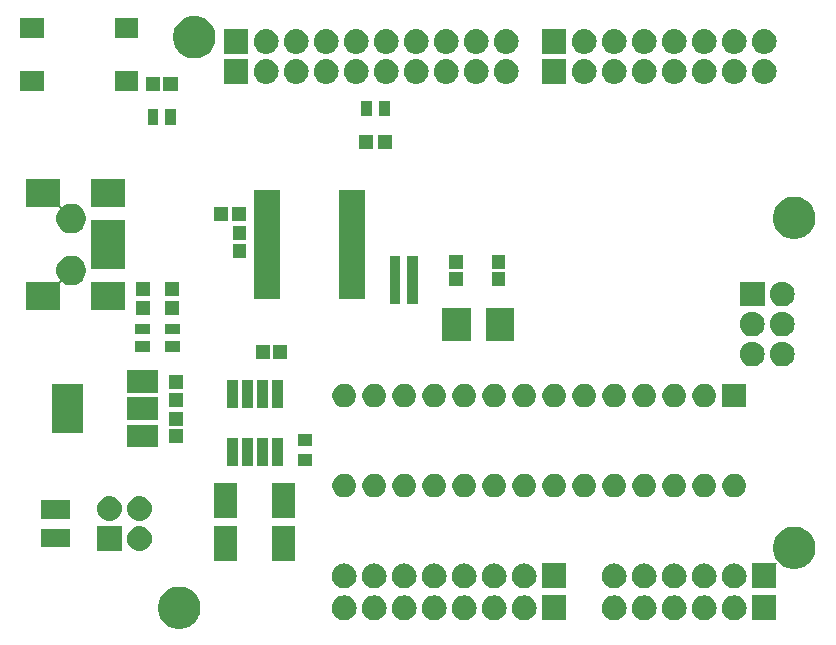
<source format=gbr>
G04 #@! TF.GenerationSoftware,KiCad,Pcbnew,(5.0.1)-4*
G04 #@! TF.CreationDate,2018-11-20T23:07:17-05:00*
G04 #@! TF.ProjectId,Custom Arduino,437573746F6D2041726475696E6F2E6B,rev?*
G04 #@! TF.SameCoordinates,Original*
G04 #@! TF.FileFunction,Soldermask,Top*
G04 #@! TF.FilePolarity,Negative*
%FSLAX46Y46*%
G04 Gerber Fmt 4.6, Leading zero omitted, Abs format (unit mm)*
G04 Created by KiCad (PCBNEW (5.0.1)-4) date 2018-11-20 11:07:17 PM*
%MOMM*%
%LPD*%
G01*
G04 APERTURE LIST*
%ADD10C,0.100000*%
G04 APERTURE END LIST*
D10*
G36*
X114379122Y-109006115D02*
X114495041Y-109029173D01*
X114822620Y-109164861D01*
X115113511Y-109359228D01*
X115117436Y-109361851D01*
X115368149Y-109612564D01*
X115368151Y-109612567D01*
X115565139Y-109907380D01*
X115700827Y-110234959D01*
X115770000Y-110582716D01*
X115770000Y-110937284D01*
X115700827Y-111285041D01*
X115609280Y-111506054D01*
X115565140Y-111612618D01*
X115368149Y-111907436D01*
X115117436Y-112158149D01*
X115117433Y-112158151D01*
X114822620Y-112355139D01*
X114495041Y-112490827D01*
X114379122Y-112513885D01*
X114147286Y-112560000D01*
X113792714Y-112560000D01*
X113560878Y-112513885D01*
X113444959Y-112490827D01*
X113117380Y-112355139D01*
X112822567Y-112158151D01*
X112822564Y-112158149D01*
X112571851Y-111907436D01*
X112374860Y-111612618D01*
X112330720Y-111506054D01*
X112239173Y-111285041D01*
X112170000Y-110937284D01*
X112170000Y-110582716D01*
X112239173Y-110234959D01*
X112374861Y-109907380D01*
X112571849Y-109612567D01*
X112571851Y-109612564D01*
X112822564Y-109361851D01*
X112826489Y-109359228D01*
X113117380Y-109164861D01*
X113444959Y-109029173D01*
X113560878Y-109006115D01*
X113792714Y-108960000D01*
X114147286Y-108960000D01*
X114379122Y-109006115D01*
X114379122Y-109006115D01*
G37*
G36*
X150928707Y-109717597D02*
X151005836Y-109725193D01*
X151137787Y-109765220D01*
X151203763Y-109785233D01*
X151386172Y-109882733D01*
X151546054Y-110013946D01*
X151677267Y-110173828D01*
X151774767Y-110356237D01*
X151774767Y-110356238D01*
X151834807Y-110554164D01*
X151855080Y-110760000D01*
X151834807Y-110965836D01*
X151794780Y-111097787D01*
X151774767Y-111163763D01*
X151677267Y-111346172D01*
X151546054Y-111506054D01*
X151386172Y-111637267D01*
X151203763Y-111734767D01*
X151137787Y-111754780D01*
X151005836Y-111794807D01*
X150928707Y-111802404D01*
X150851580Y-111810000D01*
X150748420Y-111810000D01*
X150671293Y-111802404D01*
X150594164Y-111794807D01*
X150462213Y-111754780D01*
X150396237Y-111734767D01*
X150213828Y-111637267D01*
X150053946Y-111506054D01*
X149922733Y-111346172D01*
X149825233Y-111163763D01*
X149805220Y-111097787D01*
X149765193Y-110965836D01*
X149744920Y-110760000D01*
X149765193Y-110554164D01*
X149825233Y-110356238D01*
X149825233Y-110356237D01*
X149922733Y-110173828D01*
X150053946Y-110013946D01*
X150213828Y-109882733D01*
X150396237Y-109785233D01*
X150462213Y-109765220D01*
X150594164Y-109725193D01*
X150671293Y-109717597D01*
X150748420Y-109710000D01*
X150851580Y-109710000D01*
X150928707Y-109717597D01*
X150928707Y-109717597D01*
G37*
G36*
X146770000Y-111810000D02*
X144670000Y-111810000D01*
X144670000Y-109710000D01*
X146770000Y-109710000D01*
X146770000Y-111810000D01*
X146770000Y-111810000D01*
G37*
G36*
X143308707Y-109717597D02*
X143385836Y-109725193D01*
X143517787Y-109765220D01*
X143583763Y-109785233D01*
X143766172Y-109882733D01*
X143926054Y-110013946D01*
X144057267Y-110173828D01*
X144154767Y-110356237D01*
X144154767Y-110356238D01*
X144214807Y-110554164D01*
X144235080Y-110760000D01*
X144214807Y-110965836D01*
X144174780Y-111097787D01*
X144154767Y-111163763D01*
X144057267Y-111346172D01*
X143926054Y-111506054D01*
X143766172Y-111637267D01*
X143583763Y-111734767D01*
X143517787Y-111754780D01*
X143385836Y-111794807D01*
X143308707Y-111802404D01*
X143231580Y-111810000D01*
X143128420Y-111810000D01*
X143051293Y-111802404D01*
X142974164Y-111794807D01*
X142842213Y-111754780D01*
X142776237Y-111734767D01*
X142593828Y-111637267D01*
X142433946Y-111506054D01*
X142302733Y-111346172D01*
X142205233Y-111163763D01*
X142185220Y-111097787D01*
X142145193Y-110965836D01*
X142124920Y-110760000D01*
X142145193Y-110554164D01*
X142205233Y-110356238D01*
X142205233Y-110356237D01*
X142302733Y-110173828D01*
X142433946Y-110013946D01*
X142593828Y-109882733D01*
X142776237Y-109785233D01*
X142842213Y-109765220D01*
X142974164Y-109725193D01*
X143051293Y-109717597D01*
X143128420Y-109710000D01*
X143231580Y-109710000D01*
X143308707Y-109717597D01*
X143308707Y-109717597D01*
G37*
G36*
X140768707Y-109717597D02*
X140845836Y-109725193D01*
X140977787Y-109765220D01*
X141043763Y-109785233D01*
X141226172Y-109882733D01*
X141386054Y-110013946D01*
X141517267Y-110173828D01*
X141614767Y-110356237D01*
X141614767Y-110356238D01*
X141674807Y-110554164D01*
X141695080Y-110760000D01*
X141674807Y-110965836D01*
X141634780Y-111097787D01*
X141614767Y-111163763D01*
X141517267Y-111346172D01*
X141386054Y-111506054D01*
X141226172Y-111637267D01*
X141043763Y-111734767D01*
X140977787Y-111754780D01*
X140845836Y-111794807D01*
X140768707Y-111802404D01*
X140691580Y-111810000D01*
X140588420Y-111810000D01*
X140511293Y-111802404D01*
X140434164Y-111794807D01*
X140302213Y-111754780D01*
X140236237Y-111734767D01*
X140053828Y-111637267D01*
X139893946Y-111506054D01*
X139762733Y-111346172D01*
X139665233Y-111163763D01*
X139645220Y-111097787D01*
X139605193Y-110965836D01*
X139584920Y-110760000D01*
X139605193Y-110554164D01*
X139665233Y-110356238D01*
X139665233Y-110356237D01*
X139762733Y-110173828D01*
X139893946Y-110013946D01*
X140053828Y-109882733D01*
X140236237Y-109785233D01*
X140302213Y-109765220D01*
X140434164Y-109725193D01*
X140511293Y-109717597D01*
X140588420Y-109710000D01*
X140691580Y-109710000D01*
X140768707Y-109717597D01*
X140768707Y-109717597D01*
G37*
G36*
X138228707Y-109717597D02*
X138305836Y-109725193D01*
X138437787Y-109765220D01*
X138503763Y-109785233D01*
X138686172Y-109882733D01*
X138846054Y-110013946D01*
X138977267Y-110173828D01*
X139074767Y-110356237D01*
X139074767Y-110356238D01*
X139134807Y-110554164D01*
X139155080Y-110760000D01*
X139134807Y-110965836D01*
X139094780Y-111097787D01*
X139074767Y-111163763D01*
X138977267Y-111346172D01*
X138846054Y-111506054D01*
X138686172Y-111637267D01*
X138503763Y-111734767D01*
X138437787Y-111754780D01*
X138305836Y-111794807D01*
X138228707Y-111802404D01*
X138151580Y-111810000D01*
X138048420Y-111810000D01*
X137971293Y-111802404D01*
X137894164Y-111794807D01*
X137762213Y-111754780D01*
X137696237Y-111734767D01*
X137513828Y-111637267D01*
X137353946Y-111506054D01*
X137222733Y-111346172D01*
X137125233Y-111163763D01*
X137105220Y-111097787D01*
X137065193Y-110965836D01*
X137044920Y-110760000D01*
X137065193Y-110554164D01*
X137125233Y-110356238D01*
X137125233Y-110356237D01*
X137222733Y-110173828D01*
X137353946Y-110013946D01*
X137513828Y-109882733D01*
X137696237Y-109785233D01*
X137762213Y-109765220D01*
X137894164Y-109725193D01*
X137971293Y-109717597D01*
X138048420Y-109710000D01*
X138151580Y-109710000D01*
X138228707Y-109717597D01*
X138228707Y-109717597D01*
G37*
G36*
X135688707Y-109717597D02*
X135765836Y-109725193D01*
X135897787Y-109765220D01*
X135963763Y-109785233D01*
X136146172Y-109882733D01*
X136306054Y-110013946D01*
X136437267Y-110173828D01*
X136534767Y-110356237D01*
X136534767Y-110356238D01*
X136594807Y-110554164D01*
X136615080Y-110760000D01*
X136594807Y-110965836D01*
X136554780Y-111097787D01*
X136534767Y-111163763D01*
X136437267Y-111346172D01*
X136306054Y-111506054D01*
X136146172Y-111637267D01*
X135963763Y-111734767D01*
X135897787Y-111754780D01*
X135765836Y-111794807D01*
X135688707Y-111802404D01*
X135611580Y-111810000D01*
X135508420Y-111810000D01*
X135431293Y-111802404D01*
X135354164Y-111794807D01*
X135222213Y-111754780D01*
X135156237Y-111734767D01*
X134973828Y-111637267D01*
X134813946Y-111506054D01*
X134682733Y-111346172D01*
X134585233Y-111163763D01*
X134565220Y-111097787D01*
X134525193Y-110965836D01*
X134504920Y-110760000D01*
X134525193Y-110554164D01*
X134585233Y-110356238D01*
X134585233Y-110356237D01*
X134682733Y-110173828D01*
X134813946Y-110013946D01*
X134973828Y-109882733D01*
X135156237Y-109785233D01*
X135222213Y-109765220D01*
X135354164Y-109725193D01*
X135431293Y-109717597D01*
X135508420Y-109710000D01*
X135611580Y-109710000D01*
X135688707Y-109717597D01*
X135688707Y-109717597D01*
G37*
G36*
X133148707Y-109717597D02*
X133225836Y-109725193D01*
X133357787Y-109765220D01*
X133423763Y-109785233D01*
X133606172Y-109882733D01*
X133766054Y-110013946D01*
X133897267Y-110173828D01*
X133994767Y-110356237D01*
X133994767Y-110356238D01*
X134054807Y-110554164D01*
X134075080Y-110760000D01*
X134054807Y-110965836D01*
X134014780Y-111097787D01*
X133994767Y-111163763D01*
X133897267Y-111346172D01*
X133766054Y-111506054D01*
X133606172Y-111637267D01*
X133423763Y-111734767D01*
X133357787Y-111754780D01*
X133225836Y-111794807D01*
X133148707Y-111802404D01*
X133071580Y-111810000D01*
X132968420Y-111810000D01*
X132891293Y-111802404D01*
X132814164Y-111794807D01*
X132682213Y-111754780D01*
X132616237Y-111734767D01*
X132433828Y-111637267D01*
X132273946Y-111506054D01*
X132142733Y-111346172D01*
X132045233Y-111163763D01*
X132025220Y-111097787D01*
X131985193Y-110965836D01*
X131964920Y-110760000D01*
X131985193Y-110554164D01*
X132045233Y-110356238D01*
X132045233Y-110356237D01*
X132142733Y-110173828D01*
X132273946Y-110013946D01*
X132433828Y-109882733D01*
X132616237Y-109785233D01*
X132682213Y-109765220D01*
X132814164Y-109725193D01*
X132891293Y-109717597D01*
X132968420Y-109710000D01*
X133071580Y-109710000D01*
X133148707Y-109717597D01*
X133148707Y-109717597D01*
G37*
G36*
X128068707Y-109717597D02*
X128145836Y-109725193D01*
X128277787Y-109765220D01*
X128343763Y-109785233D01*
X128526172Y-109882733D01*
X128686054Y-110013946D01*
X128817267Y-110173828D01*
X128914767Y-110356237D01*
X128914767Y-110356238D01*
X128974807Y-110554164D01*
X128995080Y-110760000D01*
X128974807Y-110965836D01*
X128934780Y-111097787D01*
X128914767Y-111163763D01*
X128817267Y-111346172D01*
X128686054Y-111506054D01*
X128526172Y-111637267D01*
X128343763Y-111734767D01*
X128277787Y-111754780D01*
X128145836Y-111794807D01*
X128068707Y-111802404D01*
X127991580Y-111810000D01*
X127888420Y-111810000D01*
X127811293Y-111802404D01*
X127734164Y-111794807D01*
X127602213Y-111754780D01*
X127536237Y-111734767D01*
X127353828Y-111637267D01*
X127193946Y-111506054D01*
X127062733Y-111346172D01*
X126965233Y-111163763D01*
X126945220Y-111097787D01*
X126905193Y-110965836D01*
X126884920Y-110760000D01*
X126905193Y-110554164D01*
X126965233Y-110356238D01*
X126965233Y-110356237D01*
X127062733Y-110173828D01*
X127193946Y-110013946D01*
X127353828Y-109882733D01*
X127536237Y-109785233D01*
X127602213Y-109765220D01*
X127734164Y-109725193D01*
X127811293Y-109717597D01*
X127888420Y-109710000D01*
X127991580Y-109710000D01*
X128068707Y-109717597D01*
X128068707Y-109717597D01*
G37*
G36*
X130608707Y-109717597D02*
X130685836Y-109725193D01*
X130817787Y-109765220D01*
X130883763Y-109785233D01*
X131066172Y-109882733D01*
X131226054Y-110013946D01*
X131357267Y-110173828D01*
X131454767Y-110356237D01*
X131454767Y-110356238D01*
X131514807Y-110554164D01*
X131535080Y-110760000D01*
X131514807Y-110965836D01*
X131474780Y-111097787D01*
X131454767Y-111163763D01*
X131357267Y-111346172D01*
X131226054Y-111506054D01*
X131066172Y-111637267D01*
X130883763Y-111734767D01*
X130817787Y-111754780D01*
X130685836Y-111794807D01*
X130608707Y-111802404D01*
X130531580Y-111810000D01*
X130428420Y-111810000D01*
X130351293Y-111802404D01*
X130274164Y-111794807D01*
X130142213Y-111754780D01*
X130076237Y-111734767D01*
X129893828Y-111637267D01*
X129733946Y-111506054D01*
X129602733Y-111346172D01*
X129505233Y-111163763D01*
X129485220Y-111097787D01*
X129445193Y-110965836D01*
X129424920Y-110760000D01*
X129445193Y-110554164D01*
X129505233Y-110356238D01*
X129505233Y-110356237D01*
X129602733Y-110173828D01*
X129733946Y-110013946D01*
X129893828Y-109882733D01*
X130076237Y-109785233D01*
X130142213Y-109765220D01*
X130274164Y-109725193D01*
X130351293Y-109717597D01*
X130428420Y-109710000D01*
X130531580Y-109710000D01*
X130608707Y-109717597D01*
X130608707Y-109717597D01*
G37*
G36*
X164550000Y-111810000D02*
X162450000Y-111810000D01*
X162450000Y-109710000D01*
X164550000Y-109710000D01*
X164550000Y-111810000D01*
X164550000Y-111810000D01*
G37*
G36*
X153468707Y-109717597D02*
X153545836Y-109725193D01*
X153677787Y-109765220D01*
X153743763Y-109785233D01*
X153926172Y-109882733D01*
X154086054Y-110013946D01*
X154217267Y-110173828D01*
X154314767Y-110356237D01*
X154314767Y-110356238D01*
X154374807Y-110554164D01*
X154395080Y-110760000D01*
X154374807Y-110965836D01*
X154334780Y-111097787D01*
X154314767Y-111163763D01*
X154217267Y-111346172D01*
X154086054Y-111506054D01*
X153926172Y-111637267D01*
X153743763Y-111734767D01*
X153677787Y-111754780D01*
X153545836Y-111794807D01*
X153468707Y-111802404D01*
X153391580Y-111810000D01*
X153288420Y-111810000D01*
X153211293Y-111802404D01*
X153134164Y-111794807D01*
X153002213Y-111754780D01*
X152936237Y-111734767D01*
X152753828Y-111637267D01*
X152593946Y-111506054D01*
X152462733Y-111346172D01*
X152365233Y-111163763D01*
X152345220Y-111097787D01*
X152305193Y-110965836D01*
X152284920Y-110760000D01*
X152305193Y-110554164D01*
X152365233Y-110356238D01*
X152365233Y-110356237D01*
X152462733Y-110173828D01*
X152593946Y-110013946D01*
X152753828Y-109882733D01*
X152936237Y-109785233D01*
X153002213Y-109765220D01*
X153134164Y-109725193D01*
X153211293Y-109717597D01*
X153288420Y-109710000D01*
X153391580Y-109710000D01*
X153468707Y-109717597D01*
X153468707Y-109717597D01*
G37*
G36*
X158548707Y-109717597D02*
X158625836Y-109725193D01*
X158757787Y-109765220D01*
X158823763Y-109785233D01*
X159006172Y-109882733D01*
X159166054Y-110013946D01*
X159297267Y-110173828D01*
X159394767Y-110356237D01*
X159394767Y-110356238D01*
X159454807Y-110554164D01*
X159475080Y-110760000D01*
X159454807Y-110965836D01*
X159414780Y-111097787D01*
X159394767Y-111163763D01*
X159297267Y-111346172D01*
X159166054Y-111506054D01*
X159006172Y-111637267D01*
X158823763Y-111734767D01*
X158757787Y-111754780D01*
X158625836Y-111794807D01*
X158548707Y-111802404D01*
X158471580Y-111810000D01*
X158368420Y-111810000D01*
X158291293Y-111802404D01*
X158214164Y-111794807D01*
X158082213Y-111754780D01*
X158016237Y-111734767D01*
X157833828Y-111637267D01*
X157673946Y-111506054D01*
X157542733Y-111346172D01*
X157445233Y-111163763D01*
X157425220Y-111097787D01*
X157385193Y-110965836D01*
X157364920Y-110760000D01*
X157385193Y-110554164D01*
X157445233Y-110356238D01*
X157445233Y-110356237D01*
X157542733Y-110173828D01*
X157673946Y-110013946D01*
X157833828Y-109882733D01*
X158016237Y-109785233D01*
X158082213Y-109765220D01*
X158214164Y-109725193D01*
X158291293Y-109717597D01*
X158368420Y-109710000D01*
X158471580Y-109710000D01*
X158548707Y-109717597D01*
X158548707Y-109717597D01*
G37*
G36*
X156008707Y-109717597D02*
X156085836Y-109725193D01*
X156217787Y-109765220D01*
X156283763Y-109785233D01*
X156466172Y-109882733D01*
X156626054Y-110013946D01*
X156757267Y-110173828D01*
X156854767Y-110356237D01*
X156854767Y-110356238D01*
X156914807Y-110554164D01*
X156935080Y-110760000D01*
X156914807Y-110965836D01*
X156874780Y-111097787D01*
X156854767Y-111163763D01*
X156757267Y-111346172D01*
X156626054Y-111506054D01*
X156466172Y-111637267D01*
X156283763Y-111734767D01*
X156217787Y-111754780D01*
X156085836Y-111794807D01*
X156008707Y-111802404D01*
X155931580Y-111810000D01*
X155828420Y-111810000D01*
X155751293Y-111802404D01*
X155674164Y-111794807D01*
X155542213Y-111754780D01*
X155476237Y-111734767D01*
X155293828Y-111637267D01*
X155133946Y-111506054D01*
X155002733Y-111346172D01*
X154905233Y-111163763D01*
X154885220Y-111097787D01*
X154845193Y-110965836D01*
X154824920Y-110760000D01*
X154845193Y-110554164D01*
X154905233Y-110356238D01*
X154905233Y-110356237D01*
X155002733Y-110173828D01*
X155133946Y-110013946D01*
X155293828Y-109882733D01*
X155476237Y-109785233D01*
X155542213Y-109765220D01*
X155674164Y-109725193D01*
X155751293Y-109717597D01*
X155828420Y-109710000D01*
X155931580Y-109710000D01*
X156008707Y-109717597D01*
X156008707Y-109717597D01*
G37*
G36*
X161088707Y-109717597D02*
X161165836Y-109725193D01*
X161297787Y-109765220D01*
X161363763Y-109785233D01*
X161546172Y-109882733D01*
X161706054Y-110013946D01*
X161837267Y-110173828D01*
X161934767Y-110356237D01*
X161934767Y-110356238D01*
X161994807Y-110554164D01*
X162015080Y-110760000D01*
X161994807Y-110965836D01*
X161954780Y-111097787D01*
X161934767Y-111163763D01*
X161837267Y-111346172D01*
X161706054Y-111506054D01*
X161546172Y-111637267D01*
X161363763Y-111734767D01*
X161297787Y-111754780D01*
X161165836Y-111794807D01*
X161088707Y-111802404D01*
X161011580Y-111810000D01*
X160908420Y-111810000D01*
X160831293Y-111802404D01*
X160754164Y-111794807D01*
X160622213Y-111754780D01*
X160556237Y-111734767D01*
X160373828Y-111637267D01*
X160213946Y-111506054D01*
X160082733Y-111346172D01*
X159985233Y-111163763D01*
X159965220Y-111097787D01*
X159925193Y-110965836D01*
X159904920Y-110760000D01*
X159925193Y-110554164D01*
X159985233Y-110356238D01*
X159985233Y-110356237D01*
X160082733Y-110173828D01*
X160213946Y-110013946D01*
X160373828Y-109882733D01*
X160556237Y-109785233D01*
X160622213Y-109765220D01*
X160754164Y-109725193D01*
X160831293Y-109717597D01*
X160908420Y-109710000D01*
X161011580Y-109710000D01*
X161088707Y-109717597D01*
X161088707Y-109717597D01*
G37*
G36*
X153468707Y-107017597D02*
X153545836Y-107025193D01*
X153677787Y-107065220D01*
X153743763Y-107085233D01*
X153926172Y-107182733D01*
X154086054Y-107313946D01*
X154217267Y-107473828D01*
X154314767Y-107656237D01*
X154314767Y-107656238D01*
X154374807Y-107854164D01*
X154395080Y-108060000D01*
X154374807Y-108265836D01*
X154334780Y-108397787D01*
X154314767Y-108463763D01*
X154217267Y-108646172D01*
X154086054Y-108806054D01*
X153926172Y-108937267D01*
X153743763Y-109034767D01*
X153677787Y-109054780D01*
X153545836Y-109094807D01*
X153468707Y-109102403D01*
X153391580Y-109110000D01*
X153288420Y-109110000D01*
X153211293Y-109102403D01*
X153134164Y-109094807D01*
X153002213Y-109054780D01*
X152936237Y-109034767D01*
X152753828Y-108937267D01*
X152593946Y-108806054D01*
X152462733Y-108646172D01*
X152365233Y-108463763D01*
X152345220Y-108397787D01*
X152305193Y-108265836D01*
X152284920Y-108060000D01*
X152305193Y-107854164D01*
X152365233Y-107656238D01*
X152365233Y-107656237D01*
X152462733Y-107473828D01*
X152593946Y-107313946D01*
X152753828Y-107182733D01*
X152936237Y-107085233D01*
X153002213Y-107065220D01*
X153134164Y-107025193D01*
X153211293Y-107017597D01*
X153288420Y-107010000D01*
X153391580Y-107010000D01*
X153468707Y-107017597D01*
X153468707Y-107017597D01*
G37*
G36*
X150928707Y-107017597D02*
X151005836Y-107025193D01*
X151137787Y-107065220D01*
X151203763Y-107085233D01*
X151386172Y-107182733D01*
X151546054Y-107313946D01*
X151677267Y-107473828D01*
X151774767Y-107656237D01*
X151774767Y-107656238D01*
X151834807Y-107854164D01*
X151855080Y-108060000D01*
X151834807Y-108265836D01*
X151794780Y-108397787D01*
X151774767Y-108463763D01*
X151677267Y-108646172D01*
X151546054Y-108806054D01*
X151386172Y-108937267D01*
X151203763Y-109034767D01*
X151137787Y-109054780D01*
X151005836Y-109094807D01*
X150928707Y-109102403D01*
X150851580Y-109110000D01*
X150748420Y-109110000D01*
X150671293Y-109102403D01*
X150594164Y-109094807D01*
X150462213Y-109054780D01*
X150396237Y-109034767D01*
X150213828Y-108937267D01*
X150053946Y-108806054D01*
X149922733Y-108646172D01*
X149825233Y-108463763D01*
X149805220Y-108397787D01*
X149765193Y-108265836D01*
X149744920Y-108060000D01*
X149765193Y-107854164D01*
X149825233Y-107656238D01*
X149825233Y-107656237D01*
X149922733Y-107473828D01*
X150053946Y-107313946D01*
X150213828Y-107182733D01*
X150396237Y-107085233D01*
X150462213Y-107065220D01*
X150594164Y-107025193D01*
X150671293Y-107017597D01*
X150748420Y-107010000D01*
X150851580Y-107010000D01*
X150928707Y-107017597D01*
X150928707Y-107017597D01*
G37*
G36*
X146770000Y-109110000D02*
X144670000Y-109110000D01*
X144670000Y-107010000D01*
X146770000Y-107010000D01*
X146770000Y-109110000D01*
X146770000Y-109110000D01*
G37*
G36*
X156008707Y-107017597D02*
X156085836Y-107025193D01*
X156217787Y-107065220D01*
X156283763Y-107085233D01*
X156466172Y-107182733D01*
X156626054Y-107313946D01*
X156757267Y-107473828D01*
X156854767Y-107656237D01*
X156854767Y-107656238D01*
X156914807Y-107854164D01*
X156935080Y-108060000D01*
X156914807Y-108265836D01*
X156874780Y-108397787D01*
X156854767Y-108463763D01*
X156757267Y-108646172D01*
X156626054Y-108806054D01*
X156466172Y-108937267D01*
X156283763Y-109034767D01*
X156217787Y-109054780D01*
X156085836Y-109094807D01*
X156008707Y-109102403D01*
X155931580Y-109110000D01*
X155828420Y-109110000D01*
X155751293Y-109102403D01*
X155674164Y-109094807D01*
X155542213Y-109054780D01*
X155476237Y-109034767D01*
X155293828Y-108937267D01*
X155133946Y-108806054D01*
X155002733Y-108646172D01*
X154905233Y-108463763D01*
X154885220Y-108397787D01*
X154845193Y-108265836D01*
X154824920Y-108060000D01*
X154845193Y-107854164D01*
X154905233Y-107656238D01*
X154905233Y-107656237D01*
X155002733Y-107473828D01*
X155133946Y-107313946D01*
X155293828Y-107182733D01*
X155476237Y-107085233D01*
X155542213Y-107065220D01*
X155674164Y-107025193D01*
X155751293Y-107017597D01*
X155828420Y-107010000D01*
X155931580Y-107010000D01*
X156008707Y-107017597D01*
X156008707Y-107017597D01*
G37*
G36*
X158548707Y-107017597D02*
X158625836Y-107025193D01*
X158757787Y-107065220D01*
X158823763Y-107085233D01*
X159006172Y-107182733D01*
X159166054Y-107313946D01*
X159297267Y-107473828D01*
X159394767Y-107656237D01*
X159394767Y-107656238D01*
X159454807Y-107854164D01*
X159475080Y-108060000D01*
X159454807Y-108265836D01*
X159414780Y-108397787D01*
X159394767Y-108463763D01*
X159297267Y-108646172D01*
X159166054Y-108806054D01*
X159006172Y-108937267D01*
X158823763Y-109034767D01*
X158757787Y-109054780D01*
X158625836Y-109094807D01*
X158548707Y-109102403D01*
X158471580Y-109110000D01*
X158368420Y-109110000D01*
X158291293Y-109102403D01*
X158214164Y-109094807D01*
X158082213Y-109054780D01*
X158016237Y-109034767D01*
X157833828Y-108937267D01*
X157673946Y-108806054D01*
X157542733Y-108646172D01*
X157445233Y-108463763D01*
X157425220Y-108397787D01*
X157385193Y-108265836D01*
X157364920Y-108060000D01*
X157385193Y-107854164D01*
X157445233Y-107656238D01*
X157445233Y-107656237D01*
X157542733Y-107473828D01*
X157673946Y-107313946D01*
X157833828Y-107182733D01*
X158016237Y-107085233D01*
X158082213Y-107065220D01*
X158214164Y-107025193D01*
X158291293Y-107017597D01*
X158368420Y-107010000D01*
X158471580Y-107010000D01*
X158548707Y-107017597D01*
X158548707Y-107017597D01*
G37*
G36*
X161088707Y-107017597D02*
X161165836Y-107025193D01*
X161297787Y-107065220D01*
X161363763Y-107085233D01*
X161546172Y-107182733D01*
X161706054Y-107313946D01*
X161837267Y-107473828D01*
X161934767Y-107656237D01*
X161934767Y-107656238D01*
X161994807Y-107854164D01*
X162015080Y-108060000D01*
X161994807Y-108265836D01*
X161954780Y-108397787D01*
X161934767Y-108463763D01*
X161837267Y-108646172D01*
X161706054Y-108806054D01*
X161546172Y-108937267D01*
X161363763Y-109034767D01*
X161297787Y-109054780D01*
X161165836Y-109094807D01*
X161088707Y-109102403D01*
X161011580Y-109110000D01*
X160908420Y-109110000D01*
X160831293Y-109102403D01*
X160754164Y-109094807D01*
X160622213Y-109054780D01*
X160556237Y-109034767D01*
X160373828Y-108937267D01*
X160213946Y-108806054D01*
X160082733Y-108646172D01*
X159985233Y-108463763D01*
X159965220Y-108397787D01*
X159925193Y-108265836D01*
X159904920Y-108060000D01*
X159925193Y-107854164D01*
X159985233Y-107656238D01*
X159985233Y-107656237D01*
X160082733Y-107473828D01*
X160213946Y-107313946D01*
X160373828Y-107182733D01*
X160556237Y-107085233D01*
X160622213Y-107065220D01*
X160754164Y-107025193D01*
X160831293Y-107017597D01*
X160908420Y-107010000D01*
X161011580Y-107010000D01*
X161088707Y-107017597D01*
X161088707Y-107017597D01*
G37*
G36*
X164552402Y-107012975D02*
X164550000Y-107037361D01*
X164550000Y-109110000D01*
X162450000Y-109110000D01*
X162450000Y-107010000D01*
X164529978Y-107010000D01*
X164554023Y-107007632D01*
X164552402Y-107012975D01*
X164552402Y-107012975D01*
G37*
G36*
X128068707Y-107017597D02*
X128145836Y-107025193D01*
X128277787Y-107065220D01*
X128343763Y-107085233D01*
X128526172Y-107182733D01*
X128686054Y-107313946D01*
X128817267Y-107473828D01*
X128914767Y-107656237D01*
X128914767Y-107656238D01*
X128974807Y-107854164D01*
X128995080Y-108060000D01*
X128974807Y-108265836D01*
X128934780Y-108397787D01*
X128914767Y-108463763D01*
X128817267Y-108646172D01*
X128686054Y-108806054D01*
X128526172Y-108937267D01*
X128343763Y-109034767D01*
X128277787Y-109054780D01*
X128145836Y-109094807D01*
X128068707Y-109102403D01*
X127991580Y-109110000D01*
X127888420Y-109110000D01*
X127811293Y-109102403D01*
X127734164Y-109094807D01*
X127602213Y-109054780D01*
X127536237Y-109034767D01*
X127353828Y-108937267D01*
X127193946Y-108806054D01*
X127062733Y-108646172D01*
X126965233Y-108463763D01*
X126945220Y-108397787D01*
X126905193Y-108265836D01*
X126884920Y-108060000D01*
X126905193Y-107854164D01*
X126965233Y-107656238D01*
X126965233Y-107656237D01*
X127062733Y-107473828D01*
X127193946Y-107313946D01*
X127353828Y-107182733D01*
X127536237Y-107085233D01*
X127602213Y-107065220D01*
X127734164Y-107025193D01*
X127811293Y-107017597D01*
X127888420Y-107010000D01*
X127991580Y-107010000D01*
X128068707Y-107017597D01*
X128068707Y-107017597D01*
G37*
G36*
X130608707Y-107017597D02*
X130685836Y-107025193D01*
X130817787Y-107065220D01*
X130883763Y-107085233D01*
X131066172Y-107182733D01*
X131226054Y-107313946D01*
X131357267Y-107473828D01*
X131454767Y-107656237D01*
X131454767Y-107656238D01*
X131514807Y-107854164D01*
X131535080Y-108060000D01*
X131514807Y-108265836D01*
X131474780Y-108397787D01*
X131454767Y-108463763D01*
X131357267Y-108646172D01*
X131226054Y-108806054D01*
X131066172Y-108937267D01*
X130883763Y-109034767D01*
X130817787Y-109054780D01*
X130685836Y-109094807D01*
X130608707Y-109102403D01*
X130531580Y-109110000D01*
X130428420Y-109110000D01*
X130351293Y-109102403D01*
X130274164Y-109094807D01*
X130142213Y-109054780D01*
X130076237Y-109034767D01*
X129893828Y-108937267D01*
X129733946Y-108806054D01*
X129602733Y-108646172D01*
X129505233Y-108463763D01*
X129485220Y-108397787D01*
X129445193Y-108265836D01*
X129424920Y-108060000D01*
X129445193Y-107854164D01*
X129505233Y-107656238D01*
X129505233Y-107656237D01*
X129602733Y-107473828D01*
X129733946Y-107313946D01*
X129893828Y-107182733D01*
X130076237Y-107085233D01*
X130142213Y-107065220D01*
X130274164Y-107025193D01*
X130351293Y-107017597D01*
X130428420Y-107010000D01*
X130531580Y-107010000D01*
X130608707Y-107017597D01*
X130608707Y-107017597D01*
G37*
G36*
X133148707Y-107017597D02*
X133225836Y-107025193D01*
X133357787Y-107065220D01*
X133423763Y-107085233D01*
X133606172Y-107182733D01*
X133766054Y-107313946D01*
X133897267Y-107473828D01*
X133994767Y-107656237D01*
X133994767Y-107656238D01*
X134054807Y-107854164D01*
X134075080Y-108060000D01*
X134054807Y-108265836D01*
X134014780Y-108397787D01*
X133994767Y-108463763D01*
X133897267Y-108646172D01*
X133766054Y-108806054D01*
X133606172Y-108937267D01*
X133423763Y-109034767D01*
X133357787Y-109054780D01*
X133225836Y-109094807D01*
X133148707Y-109102403D01*
X133071580Y-109110000D01*
X132968420Y-109110000D01*
X132891293Y-109102403D01*
X132814164Y-109094807D01*
X132682213Y-109054780D01*
X132616237Y-109034767D01*
X132433828Y-108937267D01*
X132273946Y-108806054D01*
X132142733Y-108646172D01*
X132045233Y-108463763D01*
X132025220Y-108397787D01*
X131985193Y-108265836D01*
X131964920Y-108060000D01*
X131985193Y-107854164D01*
X132045233Y-107656238D01*
X132045233Y-107656237D01*
X132142733Y-107473828D01*
X132273946Y-107313946D01*
X132433828Y-107182733D01*
X132616237Y-107085233D01*
X132682213Y-107065220D01*
X132814164Y-107025193D01*
X132891293Y-107017597D01*
X132968420Y-107010000D01*
X133071580Y-107010000D01*
X133148707Y-107017597D01*
X133148707Y-107017597D01*
G37*
G36*
X135688707Y-107017597D02*
X135765836Y-107025193D01*
X135897787Y-107065220D01*
X135963763Y-107085233D01*
X136146172Y-107182733D01*
X136306054Y-107313946D01*
X136437267Y-107473828D01*
X136534767Y-107656237D01*
X136534767Y-107656238D01*
X136594807Y-107854164D01*
X136615080Y-108060000D01*
X136594807Y-108265836D01*
X136554780Y-108397787D01*
X136534767Y-108463763D01*
X136437267Y-108646172D01*
X136306054Y-108806054D01*
X136146172Y-108937267D01*
X135963763Y-109034767D01*
X135897787Y-109054780D01*
X135765836Y-109094807D01*
X135688707Y-109102403D01*
X135611580Y-109110000D01*
X135508420Y-109110000D01*
X135431293Y-109102403D01*
X135354164Y-109094807D01*
X135222213Y-109054780D01*
X135156237Y-109034767D01*
X134973828Y-108937267D01*
X134813946Y-108806054D01*
X134682733Y-108646172D01*
X134585233Y-108463763D01*
X134565220Y-108397787D01*
X134525193Y-108265836D01*
X134504920Y-108060000D01*
X134525193Y-107854164D01*
X134585233Y-107656238D01*
X134585233Y-107656237D01*
X134682733Y-107473828D01*
X134813946Y-107313946D01*
X134973828Y-107182733D01*
X135156237Y-107085233D01*
X135222213Y-107065220D01*
X135354164Y-107025193D01*
X135431293Y-107017597D01*
X135508420Y-107010000D01*
X135611580Y-107010000D01*
X135688707Y-107017597D01*
X135688707Y-107017597D01*
G37*
G36*
X138228707Y-107017597D02*
X138305836Y-107025193D01*
X138437787Y-107065220D01*
X138503763Y-107085233D01*
X138686172Y-107182733D01*
X138846054Y-107313946D01*
X138977267Y-107473828D01*
X139074767Y-107656237D01*
X139074767Y-107656238D01*
X139134807Y-107854164D01*
X139155080Y-108060000D01*
X139134807Y-108265836D01*
X139094780Y-108397787D01*
X139074767Y-108463763D01*
X138977267Y-108646172D01*
X138846054Y-108806054D01*
X138686172Y-108937267D01*
X138503763Y-109034767D01*
X138437787Y-109054780D01*
X138305836Y-109094807D01*
X138228707Y-109102403D01*
X138151580Y-109110000D01*
X138048420Y-109110000D01*
X137971293Y-109102403D01*
X137894164Y-109094807D01*
X137762213Y-109054780D01*
X137696237Y-109034767D01*
X137513828Y-108937267D01*
X137353946Y-108806054D01*
X137222733Y-108646172D01*
X137125233Y-108463763D01*
X137105220Y-108397787D01*
X137065193Y-108265836D01*
X137044920Y-108060000D01*
X137065193Y-107854164D01*
X137125233Y-107656238D01*
X137125233Y-107656237D01*
X137222733Y-107473828D01*
X137353946Y-107313946D01*
X137513828Y-107182733D01*
X137696237Y-107085233D01*
X137762213Y-107065220D01*
X137894164Y-107025193D01*
X137971293Y-107017597D01*
X138048420Y-107010000D01*
X138151580Y-107010000D01*
X138228707Y-107017597D01*
X138228707Y-107017597D01*
G37*
G36*
X140768707Y-107017597D02*
X140845836Y-107025193D01*
X140977787Y-107065220D01*
X141043763Y-107085233D01*
X141226172Y-107182733D01*
X141386054Y-107313946D01*
X141517267Y-107473828D01*
X141614767Y-107656237D01*
X141614767Y-107656238D01*
X141674807Y-107854164D01*
X141695080Y-108060000D01*
X141674807Y-108265836D01*
X141634780Y-108397787D01*
X141614767Y-108463763D01*
X141517267Y-108646172D01*
X141386054Y-108806054D01*
X141226172Y-108937267D01*
X141043763Y-109034767D01*
X140977787Y-109054780D01*
X140845836Y-109094807D01*
X140768707Y-109102403D01*
X140691580Y-109110000D01*
X140588420Y-109110000D01*
X140511293Y-109102403D01*
X140434164Y-109094807D01*
X140302213Y-109054780D01*
X140236237Y-109034767D01*
X140053828Y-108937267D01*
X139893946Y-108806054D01*
X139762733Y-108646172D01*
X139665233Y-108463763D01*
X139645220Y-108397787D01*
X139605193Y-108265836D01*
X139584920Y-108060000D01*
X139605193Y-107854164D01*
X139665233Y-107656238D01*
X139665233Y-107656237D01*
X139762733Y-107473828D01*
X139893946Y-107313946D01*
X140053828Y-107182733D01*
X140236237Y-107085233D01*
X140302213Y-107065220D01*
X140434164Y-107025193D01*
X140511293Y-107017597D01*
X140588420Y-107010000D01*
X140691580Y-107010000D01*
X140768707Y-107017597D01*
X140768707Y-107017597D01*
G37*
G36*
X143308707Y-107017597D02*
X143385836Y-107025193D01*
X143517787Y-107065220D01*
X143583763Y-107085233D01*
X143766172Y-107182733D01*
X143926054Y-107313946D01*
X144057267Y-107473828D01*
X144154767Y-107656237D01*
X144154767Y-107656238D01*
X144214807Y-107854164D01*
X144235080Y-108060000D01*
X144214807Y-108265836D01*
X144174780Y-108397787D01*
X144154767Y-108463763D01*
X144057267Y-108646172D01*
X143926054Y-108806054D01*
X143766172Y-108937267D01*
X143583763Y-109034767D01*
X143517787Y-109054780D01*
X143385836Y-109094807D01*
X143308707Y-109102403D01*
X143231580Y-109110000D01*
X143128420Y-109110000D01*
X143051293Y-109102403D01*
X142974164Y-109094807D01*
X142842213Y-109054780D01*
X142776237Y-109034767D01*
X142593828Y-108937267D01*
X142433946Y-108806054D01*
X142302733Y-108646172D01*
X142205233Y-108463763D01*
X142185220Y-108397787D01*
X142145193Y-108265836D01*
X142124920Y-108060000D01*
X142145193Y-107854164D01*
X142205233Y-107656238D01*
X142205233Y-107656237D01*
X142302733Y-107473828D01*
X142433946Y-107313946D01*
X142593828Y-107182733D01*
X142776237Y-107085233D01*
X142842213Y-107065220D01*
X142974164Y-107025193D01*
X143051293Y-107017597D01*
X143128420Y-107010000D01*
X143231580Y-107010000D01*
X143308707Y-107017597D01*
X143308707Y-107017597D01*
G37*
G36*
X166449122Y-103926115D02*
X166565041Y-103949173D01*
X166892620Y-104084861D01*
X166999006Y-104155946D01*
X167187436Y-104281851D01*
X167438149Y-104532564D01*
X167635140Y-104827382D01*
X167770827Y-105154960D01*
X167840000Y-105502714D01*
X167840000Y-105857286D01*
X167770827Y-106205040D01*
X167635140Y-106532618D01*
X167438149Y-106827436D01*
X167187436Y-107078149D01*
X167187433Y-107078151D01*
X166892620Y-107275139D01*
X166565041Y-107410827D01*
X166449122Y-107433885D01*
X166217286Y-107480000D01*
X165862714Y-107480000D01*
X165630878Y-107433885D01*
X165514959Y-107410827D01*
X165187380Y-107275139D01*
X164892567Y-107078151D01*
X164892564Y-107078149D01*
X164763388Y-106948973D01*
X164744446Y-106933427D01*
X164722835Y-106921876D01*
X164699386Y-106914763D01*
X164675000Y-106912361D01*
X164650955Y-106914729D01*
X164652576Y-106909386D01*
X164654978Y-106885000D01*
X164652576Y-106860614D01*
X164645463Y-106837165D01*
X164633912Y-106815554D01*
X164444860Y-106532618D01*
X164309173Y-106205040D01*
X164240000Y-105857286D01*
X164240000Y-105502714D01*
X164309173Y-105154960D01*
X164444860Y-104827382D01*
X164641851Y-104532564D01*
X164892564Y-104281851D01*
X165080994Y-104155946D01*
X165187380Y-104084861D01*
X165514959Y-103949173D01*
X165630878Y-103926115D01*
X165862714Y-103880000D01*
X166217286Y-103880000D01*
X166449122Y-103926115D01*
X166449122Y-103926115D01*
G37*
G36*
X123800000Y-106800000D02*
X121800000Y-106800000D01*
X121800000Y-103800000D01*
X123800000Y-103800000D01*
X123800000Y-106800000D01*
X123800000Y-106800000D01*
G37*
G36*
X118900000Y-106800000D02*
X116900000Y-106800000D01*
X116900000Y-103800000D01*
X118900000Y-103800000D01*
X118900000Y-106800000D01*
X118900000Y-106800000D01*
G37*
G36*
X110745707Y-103859596D02*
X110822836Y-103867193D01*
X110954787Y-103907220D01*
X111020763Y-103927233D01*
X111203172Y-104024733D01*
X111363054Y-104155946D01*
X111494267Y-104315828D01*
X111591767Y-104498237D01*
X111591767Y-104498238D01*
X111651807Y-104696164D01*
X111672080Y-104902000D01*
X111651807Y-105107836D01*
X111637512Y-105154959D01*
X111591767Y-105305763D01*
X111494267Y-105488172D01*
X111363054Y-105648054D01*
X111203172Y-105779267D01*
X111020763Y-105876767D01*
X110954787Y-105896780D01*
X110822836Y-105936807D01*
X110745707Y-105944403D01*
X110668580Y-105952000D01*
X110565420Y-105952000D01*
X110488293Y-105944403D01*
X110411164Y-105936807D01*
X110279213Y-105896780D01*
X110213237Y-105876767D01*
X110030828Y-105779267D01*
X109870946Y-105648054D01*
X109739733Y-105488172D01*
X109642233Y-105305763D01*
X109596488Y-105154959D01*
X109582193Y-105107836D01*
X109561920Y-104902000D01*
X109582193Y-104696164D01*
X109642233Y-104498238D01*
X109642233Y-104498237D01*
X109739733Y-104315828D01*
X109870946Y-104155946D01*
X110030828Y-104024733D01*
X110213237Y-103927233D01*
X110279213Y-103907220D01*
X110411164Y-103867193D01*
X110488293Y-103859596D01*
X110565420Y-103852000D01*
X110668580Y-103852000D01*
X110745707Y-103859596D01*
X110745707Y-103859596D01*
G37*
G36*
X109127000Y-105952000D02*
X107027000Y-105952000D01*
X107027000Y-103852000D01*
X109127000Y-103852000D01*
X109127000Y-105952000D01*
X109127000Y-105952000D01*
G37*
G36*
X104720000Y-105602000D02*
X102290000Y-105602000D01*
X102290000Y-104062000D01*
X104720000Y-104062000D01*
X104720000Y-105602000D01*
X104720000Y-105602000D01*
G37*
G36*
X110745707Y-101319597D02*
X110822836Y-101327193D01*
X110954787Y-101367220D01*
X111020763Y-101387233D01*
X111203172Y-101484733D01*
X111363054Y-101615946D01*
X111494267Y-101775828D01*
X111591767Y-101958237D01*
X111591767Y-101958238D01*
X111651807Y-102156164D01*
X111672080Y-102362000D01*
X111651807Y-102567836D01*
X111611780Y-102699787D01*
X111591767Y-102765763D01*
X111494267Y-102948172D01*
X111363054Y-103108054D01*
X111203172Y-103239267D01*
X111020763Y-103336767D01*
X110954787Y-103356780D01*
X110822836Y-103396807D01*
X110745707Y-103404403D01*
X110668580Y-103412000D01*
X110565420Y-103412000D01*
X110488293Y-103404404D01*
X110411164Y-103396807D01*
X110279213Y-103356780D01*
X110213237Y-103336767D01*
X110030828Y-103239267D01*
X109870946Y-103108054D01*
X109739733Y-102948172D01*
X109642233Y-102765763D01*
X109622220Y-102699787D01*
X109582193Y-102567836D01*
X109561920Y-102362000D01*
X109582193Y-102156164D01*
X109642233Y-101958238D01*
X109642233Y-101958237D01*
X109739733Y-101775828D01*
X109870946Y-101615946D01*
X110030828Y-101484733D01*
X110213237Y-101387233D01*
X110279213Y-101367220D01*
X110411164Y-101327193D01*
X110488293Y-101319597D01*
X110565420Y-101312000D01*
X110668580Y-101312000D01*
X110745707Y-101319597D01*
X110745707Y-101319597D01*
G37*
G36*
X108205707Y-101319597D02*
X108282836Y-101327193D01*
X108414787Y-101367220D01*
X108480763Y-101387233D01*
X108663172Y-101484733D01*
X108823054Y-101615946D01*
X108954267Y-101775828D01*
X109051767Y-101958237D01*
X109051767Y-101958238D01*
X109111807Y-102156164D01*
X109132080Y-102362000D01*
X109111807Y-102567836D01*
X109071780Y-102699787D01*
X109051767Y-102765763D01*
X108954267Y-102948172D01*
X108823054Y-103108054D01*
X108663172Y-103239267D01*
X108480763Y-103336767D01*
X108414787Y-103356780D01*
X108282836Y-103396807D01*
X108205707Y-103404403D01*
X108128580Y-103412000D01*
X108025420Y-103412000D01*
X107948293Y-103404404D01*
X107871164Y-103396807D01*
X107739213Y-103356780D01*
X107673237Y-103336767D01*
X107490828Y-103239267D01*
X107330946Y-103108054D01*
X107199733Y-102948172D01*
X107102233Y-102765763D01*
X107082220Y-102699787D01*
X107042193Y-102567836D01*
X107021920Y-102362000D01*
X107042193Y-102156164D01*
X107102233Y-101958238D01*
X107102233Y-101958237D01*
X107199733Y-101775828D01*
X107330946Y-101615946D01*
X107490828Y-101484733D01*
X107673237Y-101387233D01*
X107739213Y-101367220D01*
X107871164Y-101327193D01*
X107948293Y-101319597D01*
X108025420Y-101312000D01*
X108128580Y-101312000D01*
X108205707Y-101319597D01*
X108205707Y-101319597D01*
G37*
G36*
X104720000Y-103202000D02*
X102290000Y-103202000D01*
X102290000Y-101662000D01*
X104720000Y-101662000D01*
X104720000Y-103202000D01*
X104720000Y-103202000D01*
G37*
G36*
X123800000Y-103200000D02*
X121800000Y-103200000D01*
X121800000Y-100200000D01*
X123800000Y-100200000D01*
X123800000Y-103200000D01*
X123800000Y-103200000D01*
G37*
G36*
X118900000Y-103200000D02*
X116900000Y-103200000D01*
X116900000Y-100200000D01*
X118900000Y-100200000D01*
X118900000Y-103200000D01*
X118900000Y-103200000D01*
G37*
G36*
X128115770Y-99435372D02*
X128231689Y-99458429D01*
X128413678Y-99533811D01*
X128577463Y-99643249D01*
X128716751Y-99782537D01*
X128826189Y-99946322D01*
X128901571Y-100128311D01*
X128940000Y-100321509D01*
X128940000Y-100518491D01*
X128901571Y-100711689D01*
X128826189Y-100893678D01*
X128716751Y-101057463D01*
X128577463Y-101196751D01*
X128413678Y-101306189D01*
X128231689Y-101381571D01*
X128115770Y-101404628D01*
X128038493Y-101420000D01*
X127841507Y-101420000D01*
X127764230Y-101404628D01*
X127648311Y-101381571D01*
X127466322Y-101306189D01*
X127302537Y-101196751D01*
X127163249Y-101057463D01*
X127053811Y-100893678D01*
X126978429Y-100711689D01*
X126940000Y-100518491D01*
X126940000Y-100321509D01*
X126978429Y-100128311D01*
X127053811Y-99946322D01*
X127163249Y-99782537D01*
X127302537Y-99643249D01*
X127466322Y-99533811D01*
X127648311Y-99458429D01*
X127764230Y-99435372D01*
X127841507Y-99420000D01*
X128038493Y-99420000D01*
X128115770Y-99435372D01*
X128115770Y-99435372D01*
G37*
G36*
X130655770Y-99435372D02*
X130771689Y-99458429D01*
X130953678Y-99533811D01*
X131117463Y-99643249D01*
X131256751Y-99782537D01*
X131366189Y-99946322D01*
X131441571Y-100128311D01*
X131480000Y-100321509D01*
X131480000Y-100518491D01*
X131441571Y-100711689D01*
X131366189Y-100893678D01*
X131256751Y-101057463D01*
X131117463Y-101196751D01*
X130953678Y-101306189D01*
X130771689Y-101381571D01*
X130655770Y-101404628D01*
X130578493Y-101420000D01*
X130381507Y-101420000D01*
X130304230Y-101404628D01*
X130188311Y-101381571D01*
X130006322Y-101306189D01*
X129842537Y-101196751D01*
X129703249Y-101057463D01*
X129593811Y-100893678D01*
X129518429Y-100711689D01*
X129480000Y-100518491D01*
X129480000Y-100321509D01*
X129518429Y-100128311D01*
X129593811Y-99946322D01*
X129703249Y-99782537D01*
X129842537Y-99643249D01*
X130006322Y-99533811D01*
X130188311Y-99458429D01*
X130304230Y-99435372D01*
X130381507Y-99420000D01*
X130578493Y-99420000D01*
X130655770Y-99435372D01*
X130655770Y-99435372D01*
G37*
G36*
X133195770Y-99435372D02*
X133311689Y-99458429D01*
X133493678Y-99533811D01*
X133657463Y-99643249D01*
X133796751Y-99782537D01*
X133906189Y-99946322D01*
X133981571Y-100128311D01*
X134020000Y-100321509D01*
X134020000Y-100518491D01*
X133981571Y-100711689D01*
X133906189Y-100893678D01*
X133796751Y-101057463D01*
X133657463Y-101196751D01*
X133493678Y-101306189D01*
X133311689Y-101381571D01*
X133195770Y-101404628D01*
X133118493Y-101420000D01*
X132921507Y-101420000D01*
X132844230Y-101404628D01*
X132728311Y-101381571D01*
X132546322Y-101306189D01*
X132382537Y-101196751D01*
X132243249Y-101057463D01*
X132133811Y-100893678D01*
X132058429Y-100711689D01*
X132020000Y-100518491D01*
X132020000Y-100321509D01*
X132058429Y-100128311D01*
X132133811Y-99946322D01*
X132243249Y-99782537D01*
X132382537Y-99643249D01*
X132546322Y-99533811D01*
X132728311Y-99458429D01*
X132844230Y-99435372D01*
X132921507Y-99420000D01*
X133118493Y-99420000D01*
X133195770Y-99435372D01*
X133195770Y-99435372D01*
G37*
G36*
X135735770Y-99435372D02*
X135851689Y-99458429D01*
X136033678Y-99533811D01*
X136197463Y-99643249D01*
X136336751Y-99782537D01*
X136446189Y-99946322D01*
X136521571Y-100128311D01*
X136560000Y-100321509D01*
X136560000Y-100518491D01*
X136521571Y-100711689D01*
X136446189Y-100893678D01*
X136336751Y-101057463D01*
X136197463Y-101196751D01*
X136033678Y-101306189D01*
X135851689Y-101381571D01*
X135735770Y-101404628D01*
X135658493Y-101420000D01*
X135461507Y-101420000D01*
X135384230Y-101404628D01*
X135268311Y-101381571D01*
X135086322Y-101306189D01*
X134922537Y-101196751D01*
X134783249Y-101057463D01*
X134673811Y-100893678D01*
X134598429Y-100711689D01*
X134560000Y-100518491D01*
X134560000Y-100321509D01*
X134598429Y-100128311D01*
X134673811Y-99946322D01*
X134783249Y-99782537D01*
X134922537Y-99643249D01*
X135086322Y-99533811D01*
X135268311Y-99458429D01*
X135384230Y-99435372D01*
X135461507Y-99420000D01*
X135658493Y-99420000D01*
X135735770Y-99435372D01*
X135735770Y-99435372D01*
G37*
G36*
X138275770Y-99435372D02*
X138391689Y-99458429D01*
X138573678Y-99533811D01*
X138737463Y-99643249D01*
X138876751Y-99782537D01*
X138986189Y-99946322D01*
X139061571Y-100128311D01*
X139100000Y-100321509D01*
X139100000Y-100518491D01*
X139061571Y-100711689D01*
X138986189Y-100893678D01*
X138876751Y-101057463D01*
X138737463Y-101196751D01*
X138573678Y-101306189D01*
X138391689Y-101381571D01*
X138275770Y-101404628D01*
X138198493Y-101420000D01*
X138001507Y-101420000D01*
X137924230Y-101404628D01*
X137808311Y-101381571D01*
X137626322Y-101306189D01*
X137462537Y-101196751D01*
X137323249Y-101057463D01*
X137213811Y-100893678D01*
X137138429Y-100711689D01*
X137100000Y-100518491D01*
X137100000Y-100321509D01*
X137138429Y-100128311D01*
X137213811Y-99946322D01*
X137323249Y-99782537D01*
X137462537Y-99643249D01*
X137626322Y-99533811D01*
X137808311Y-99458429D01*
X137924230Y-99435372D01*
X138001507Y-99420000D01*
X138198493Y-99420000D01*
X138275770Y-99435372D01*
X138275770Y-99435372D01*
G37*
G36*
X140815770Y-99435372D02*
X140931689Y-99458429D01*
X141113678Y-99533811D01*
X141277463Y-99643249D01*
X141416751Y-99782537D01*
X141526189Y-99946322D01*
X141601571Y-100128311D01*
X141640000Y-100321509D01*
X141640000Y-100518491D01*
X141601571Y-100711689D01*
X141526189Y-100893678D01*
X141416751Y-101057463D01*
X141277463Y-101196751D01*
X141113678Y-101306189D01*
X140931689Y-101381571D01*
X140815770Y-101404628D01*
X140738493Y-101420000D01*
X140541507Y-101420000D01*
X140464230Y-101404628D01*
X140348311Y-101381571D01*
X140166322Y-101306189D01*
X140002537Y-101196751D01*
X139863249Y-101057463D01*
X139753811Y-100893678D01*
X139678429Y-100711689D01*
X139640000Y-100518491D01*
X139640000Y-100321509D01*
X139678429Y-100128311D01*
X139753811Y-99946322D01*
X139863249Y-99782537D01*
X140002537Y-99643249D01*
X140166322Y-99533811D01*
X140348311Y-99458429D01*
X140464230Y-99435372D01*
X140541507Y-99420000D01*
X140738493Y-99420000D01*
X140815770Y-99435372D01*
X140815770Y-99435372D01*
G37*
G36*
X143355770Y-99435372D02*
X143471689Y-99458429D01*
X143653678Y-99533811D01*
X143817463Y-99643249D01*
X143956751Y-99782537D01*
X144066189Y-99946322D01*
X144141571Y-100128311D01*
X144180000Y-100321509D01*
X144180000Y-100518491D01*
X144141571Y-100711689D01*
X144066189Y-100893678D01*
X143956751Y-101057463D01*
X143817463Y-101196751D01*
X143653678Y-101306189D01*
X143471689Y-101381571D01*
X143355770Y-101404628D01*
X143278493Y-101420000D01*
X143081507Y-101420000D01*
X143004230Y-101404628D01*
X142888311Y-101381571D01*
X142706322Y-101306189D01*
X142542537Y-101196751D01*
X142403249Y-101057463D01*
X142293811Y-100893678D01*
X142218429Y-100711689D01*
X142180000Y-100518491D01*
X142180000Y-100321509D01*
X142218429Y-100128311D01*
X142293811Y-99946322D01*
X142403249Y-99782537D01*
X142542537Y-99643249D01*
X142706322Y-99533811D01*
X142888311Y-99458429D01*
X143004230Y-99435372D01*
X143081507Y-99420000D01*
X143278493Y-99420000D01*
X143355770Y-99435372D01*
X143355770Y-99435372D01*
G37*
G36*
X158595770Y-99435372D02*
X158711689Y-99458429D01*
X158893678Y-99533811D01*
X159057463Y-99643249D01*
X159196751Y-99782537D01*
X159306189Y-99946322D01*
X159381571Y-100128311D01*
X159420000Y-100321509D01*
X159420000Y-100518491D01*
X159381571Y-100711689D01*
X159306189Y-100893678D01*
X159196751Y-101057463D01*
X159057463Y-101196751D01*
X158893678Y-101306189D01*
X158711689Y-101381571D01*
X158595770Y-101404628D01*
X158518493Y-101420000D01*
X158321507Y-101420000D01*
X158244230Y-101404628D01*
X158128311Y-101381571D01*
X157946322Y-101306189D01*
X157782537Y-101196751D01*
X157643249Y-101057463D01*
X157533811Y-100893678D01*
X157458429Y-100711689D01*
X157420000Y-100518491D01*
X157420000Y-100321509D01*
X157458429Y-100128311D01*
X157533811Y-99946322D01*
X157643249Y-99782537D01*
X157782537Y-99643249D01*
X157946322Y-99533811D01*
X158128311Y-99458429D01*
X158244230Y-99435372D01*
X158321507Y-99420000D01*
X158518493Y-99420000D01*
X158595770Y-99435372D01*
X158595770Y-99435372D01*
G37*
G36*
X161135770Y-99435372D02*
X161251689Y-99458429D01*
X161433678Y-99533811D01*
X161597463Y-99643249D01*
X161736751Y-99782537D01*
X161846189Y-99946322D01*
X161921571Y-100128311D01*
X161960000Y-100321509D01*
X161960000Y-100518491D01*
X161921571Y-100711689D01*
X161846189Y-100893678D01*
X161736751Y-101057463D01*
X161597463Y-101196751D01*
X161433678Y-101306189D01*
X161251689Y-101381571D01*
X161135770Y-101404628D01*
X161058493Y-101420000D01*
X160861507Y-101420000D01*
X160784230Y-101404628D01*
X160668311Y-101381571D01*
X160486322Y-101306189D01*
X160322537Y-101196751D01*
X160183249Y-101057463D01*
X160073811Y-100893678D01*
X159998429Y-100711689D01*
X159960000Y-100518491D01*
X159960000Y-100321509D01*
X159998429Y-100128311D01*
X160073811Y-99946322D01*
X160183249Y-99782537D01*
X160322537Y-99643249D01*
X160486322Y-99533811D01*
X160668311Y-99458429D01*
X160784230Y-99435372D01*
X160861507Y-99420000D01*
X161058493Y-99420000D01*
X161135770Y-99435372D01*
X161135770Y-99435372D01*
G37*
G36*
X150975770Y-99435372D02*
X151091689Y-99458429D01*
X151273678Y-99533811D01*
X151437463Y-99643249D01*
X151576751Y-99782537D01*
X151686189Y-99946322D01*
X151761571Y-100128311D01*
X151800000Y-100321509D01*
X151800000Y-100518491D01*
X151761571Y-100711689D01*
X151686189Y-100893678D01*
X151576751Y-101057463D01*
X151437463Y-101196751D01*
X151273678Y-101306189D01*
X151091689Y-101381571D01*
X150975770Y-101404628D01*
X150898493Y-101420000D01*
X150701507Y-101420000D01*
X150624230Y-101404628D01*
X150508311Y-101381571D01*
X150326322Y-101306189D01*
X150162537Y-101196751D01*
X150023249Y-101057463D01*
X149913811Y-100893678D01*
X149838429Y-100711689D01*
X149800000Y-100518491D01*
X149800000Y-100321509D01*
X149838429Y-100128311D01*
X149913811Y-99946322D01*
X150023249Y-99782537D01*
X150162537Y-99643249D01*
X150326322Y-99533811D01*
X150508311Y-99458429D01*
X150624230Y-99435372D01*
X150701507Y-99420000D01*
X150898493Y-99420000D01*
X150975770Y-99435372D01*
X150975770Y-99435372D01*
G37*
G36*
X156055770Y-99435372D02*
X156171689Y-99458429D01*
X156353678Y-99533811D01*
X156517463Y-99643249D01*
X156656751Y-99782537D01*
X156766189Y-99946322D01*
X156841571Y-100128311D01*
X156880000Y-100321509D01*
X156880000Y-100518491D01*
X156841571Y-100711689D01*
X156766189Y-100893678D01*
X156656751Y-101057463D01*
X156517463Y-101196751D01*
X156353678Y-101306189D01*
X156171689Y-101381571D01*
X156055770Y-101404628D01*
X155978493Y-101420000D01*
X155781507Y-101420000D01*
X155704230Y-101404628D01*
X155588311Y-101381571D01*
X155406322Y-101306189D01*
X155242537Y-101196751D01*
X155103249Y-101057463D01*
X154993811Y-100893678D01*
X154918429Y-100711689D01*
X154880000Y-100518491D01*
X154880000Y-100321509D01*
X154918429Y-100128311D01*
X154993811Y-99946322D01*
X155103249Y-99782537D01*
X155242537Y-99643249D01*
X155406322Y-99533811D01*
X155588311Y-99458429D01*
X155704230Y-99435372D01*
X155781507Y-99420000D01*
X155978493Y-99420000D01*
X156055770Y-99435372D01*
X156055770Y-99435372D01*
G37*
G36*
X145895770Y-99435372D02*
X146011689Y-99458429D01*
X146193678Y-99533811D01*
X146357463Y-99643249D01*
X146496751Y-99782537D01*
X146606189Y-99946322D01*
X146681571Y-100128311D01*
X146720000Y-100321509D01*
X146720000Y-100518491D01*
X146681571Y-100711689D01*
X146606189Y-100893678D01*
X146496751Y-101057463D01*
X146357463Y-101196751D01*
X146193678Y-101306189D01*
X146011689Y-101381571D01*
X145895770Y-101404628D01*
X145818493Y-101420000D01*
X145621507Y-101420000D01*
X145544230Y-101404628D01*
X145428311Y-101381571D01*
X145246322Y-101306189D01*
X145082537Y-101196751D01*
X144943249Y-101057463D01*
X144833811Y-100893678D01*
X144758429Y-100711689D01*
X144720000Y-100518491D01*
X144720000Y-100321509D01*
X144758429Y-100128311D01*
X144833811Y-99946322D01*
X144943249Y-99782537D01*
X145082537Y-99643249D01*
X145246322Y-99533811D01*
X145428311Y-99458429D01*
X145544230Y-99435372D01*
X145621507Y-99420000D01*
X145818493Y-99420000D01*
X145895770Y-99435372D01*
X145895770Y-99435372D01*
G37*
G36*
X148435770Y-99435372D02*
X148551689Y-99458429D01*
X148733678Y-99533811D01*
X148897463Y-99643249D01*
X149036751Y-99782537D01*
X149146189Y-99946322D01*
X149221571Y-100128311D01*
X149260000Y-100321509D01*
X149260000Y-100518491D01*
X149221571Y-100711689D01*
X149146189Y-100893678D01*
X149036751Y-101057463D01*
X148897463Y-101196751D01*
X148733678Y-101306189D01*
X148551689Y-101381571D01*
X148435770Y-101404628D01*
X148358493Y-101420000D01*
X148161507Y-101420000D01*
X148084230Y-101404628D01*
X147968311Y-101381571D01*
X147786322Y-101306189D01*
X147622537Y-101196751D01*
X147483249Y-101057463D01*
X147373811Y-100893678D01*
X147298429Y-100711689D01*
X147260000Y-100518491D01*
X147260000Y-100321509D01*
X147298429Y-100128311D01*
X147373811Y-99946322D01*
X147483249Y-99782537D01*
X147622537Y-99643249D01*
X147786322Y-99533811D01*
X147968311Y-99458429D01*
X148084230Y-99435372D01*
X148161507Y-99420000D01*
X148358493Y-99420000D01*
X148435770Y-99435372D01*
X148435770Y-99435372D01*
G37*
G36*
X153515770Y-99435372D02*
X153631689Y-99458429D01*
X153813678Y-99533811D01*
X153977463Y-99643249D01*
X154116751Y-99782537D01*
X154226189Y-99946322D01*
X154301571Y-100128311D01*
X154340000Y-100321509D01*
X154340000Y-100518491D01*
X154301571Y-100711689D01*
X154226189Y-100893678D01*
X154116751Y-101057463D01*
X153977463Y-101196751D01*
X153813678Y-101306189D01*
X153631689Y-101381571D01*
X153515770Y-101404628D01*
X153438493Y-101420000D01*
X153241507Y-101420000D01*
X153164230Y-101404628D01*
X153048311Y-101381571D01*
X152866322Y-101306189D01*
X152702537Y-101196751D01*
X152563249Y-101057463D01*
X152453811Y-100893678D01*
X152378429Y-100711689D01*
X152340000Y-100518491D01*
X152340000Y-100321509D01*
X152378429Y-100128311D01*
X152453811Y-99946322D01*
X152563249Y-99782537D01*
X152702537Y-99643249D01*
X152866322Y-99533811D01*
X153048311Y-99458429D01*
X153164230Y-99435372D01*
X153241507Y-99420000D01*
X153438493Y-99420000D01*
X153515770Y-99435372D01*
X153515770Y-99435372D01*
G37*
G36*
X122805000Y-98750000D02*
X121805000Y-98750000D01*
X121805000Y-96350000D01*
X122805000Y-96350000D01*
X122805000Y-98750000D01*
X122805000Y-98750000D01*
G37*
G36*
X125200000Y-98750000D02*
X124000000Y-98750000D01*
X124000000Y-97750000D01*
X125200000Y-97750000D01*
X125200000Y-98750000D01*
X125200000Y-98750000D01*
G37*
G36*
X121535000Y-98750000D02*
X120535000Y-98750000D01*
X120535000Y-96350000D01*
X121535000Y-96350000D01*
X121535000Y-98750000D01*
X121535000Y-98750000D01*
G37*
G36*
X120265000Y-98750000D02*
X119265000Y-98750000D01*
X119265000Y-96350000D01*
X120265000Y-96350000D01*
X120265000Y-98750000D01*
X120265000Y-98750000D01*
G37*
G36*
X118995000Y-98750000D02*
X117995000Y-98750000D01*
X117995000Y-96350000D01*
X118995000Y-96350000D01*
X118995000Y-98750000D01*
X118995000Y-98750000D01*
G37*
G36*
X112150000Y-97150000D02*
X109550000Y-97150000D01*
X109550000Y-95250000D01*
X112150000Y-95250000D01*
X112150000Y-97150000D01*
X112150000Y-97150000D01*
G37*
G36*
X125200000Y-97050000D02*
X124000000Y-97050000D01*
X124000000Y-96050000D01*
X125200000Y-96050000D01*
X125200000Y-97050000D01*
X125200000Y-97050000D01*
G37*
G36*
X114275000Y-96850000D02*
X113125000Y-96850000D01*
X113125000Y-95650000D01*
X114275000Y-95650000D01*
X114275000Y-96850000D01*
X114275000Y-96850000D01*
G37*
G36*
X105850000Y-96000000D02*
X103250000Y-96000000D01*
X103250000Y-91800000D01*
X105850000Y-91800000D01*
X105850000Y-96000000D01*
X105850000Y-96000000D01*
G37*
G36*
X114275000Y-95350000D02*
X113125000Y-95350000D01*
X113125000Y-94150000D01*
X114275000Y-94150000D01*
X114275000Y-95350000D01*
X114275000Y-95350000D01*
G37*
G36*
X112150000Y-94850000D02*
X109550000Y-94850000D01*
X109550000Y-92950000D01*
X112150000Y-92950000D01*
X112150000Y-94850000D01*
X112150000Y-94850000D01*
G37*
G36*
X118995000Y-93850000D02*
X117995000Y-93850000D01*
X117995000Y-91450000D01*
X118995000Y-91450000D01*
X118995000Y-93850000D01*
X118995000Y-93850000D01*
G37*
G36*
X120265000Y-93850000D02*
X119265000Y-93850000D01*
X119265000Y-91450000D01*
X120265000Y-91450000D01*
X120265000Y-93850000D01*
X120265000Y-93850000D01*
G37*
G36*
X122805000Y-93850000D02*
X121805000Y-93850000D01*
X121805000Y-91450000D01*
X122805000Y-91450000D01*
X122805000Y-93850000D01*
X122805000Y-93850000D01*
G37*
G36*
X121535000Y-93850000D02*
X120535000Y-93850000D01*
X120535000Y-91450000D01*
X121535000Y-91450000D01*
X121535000Y-93850000D01*
X121535000Y-93850000D01*
G37*
G36*
X135735770Y-91815372D02*
X135851689Y-91838429D01*
X136033678Y-91913811D01*
X136197463Y-92023249D01*
X136336751Y-92162537D01*
X136446189Y-92326322D01*
X136521571Y-92508311D01*
X136560000Y-92701509D01*
X136560000Y-92898491D01*
X136521571Y-93091689D01*
X136446189Y-93273678D01*
X136336751Y-93437463D01*
X136197463Y-93576751D01*
X136033678Y-93686189D01*
X135851689Y-93761571D01*
X135735770Y-93784628D01*
X135658493Y-93800000D01*
X135461507Y-93800000D01*
X135384230Y-93784628D01*
X135268311Y-93761571D01*
X135086322Y-93686189D01*
X134922537Y-93576751D01*
X134783249Y-93437463D01*
X134673811Y-93273678D01*
X134598429Y-93091689D01*
X134560000Y-92898491D01*
X134560000Y-92701509D01*
X134598429Y-92508311D01*
X134673811Y-92326322D01*
X134783249Y-92162537D01*
X134922537Y-92023249D01*
X135086322Y-91913811D01*
X135268311Y-91838429D01*
X135384230Y-91815372D01*
X135461507Y-91800000D01*
X135658493Y-91800000D01*
X135735770Y-91815372D01*
X135735770Y-91815372D01*
G37*
G36*
X161960000Y-93800000D02*
X159960000Y-93800000D01*
X159960000Y-91800000D01*
X161960000Y-91800000D01*
X161960000Y-93800000D01*
X161960000Y-93800000D01*
G37*
G36*
X140815770Y-91815372D02*
X140931689Y-91838429D01*
X141113678Y-91913811D01*
X141277463Y-92023249D01*
X141416751Y-92162537D01*
X141526189Y-92326322D01*
X141601571Y-92508311D01*
X141640000Y-92701509D01*
X141640000Y-92898491D01*
X141601571Y-93091689D01*
X141526189Y-93273678D01*
X141416751Y-93437463D01*
X141277463Y-93576751D01*
X141113678Y-93686189D01*
X140931689Y-93761571D01*
X140815770Y-93784628D01*
X140738493Y-93800000D01*
X140541507Y-93800000D01*
X140464230Y-93784628D01*
X140348311Y-93761571D01*
X140166322Y-93686189D01*
X140002537Y-93576751D01*
X139863249Y-93437463D01*
X139753811Y-93273678D01*
X139678429Y-93091689D01*
X139640000Y-92898491D01*
X139640000Y-92701509D01*
X139678429Y-92508311D01*
X139753811Y-92326322D01*
X139863249Y-92162537D01*
X140002537Y-92023249D01*
X140166322Y-91913811D01*
X140348311Y-91838429D01*
X140464230Y-91815372D01*
X140541507Y-91800000D01*
X140738493Y-91800000D01*
X140815770Y-91815372D01*
X140815770Y-91815372D01*
G37*
G36*
X138275770Y-91815372D02*
X138391689Y-91838429D01*
X138573678Y-91913811D01*
X138737463Y-92023249D01*
X138876751Y-92162537D01*
X138986189Y-92326322D01*
X139061571Y-92508311D01*
X139100000Y-92701509D01*
X139100000Y-92898491D01*
X139061571Y-93091689D01*
X138986189Y-93273678D01*
X138876751Y-93437463D01*
X138737463Y-93576751D01*
X138573678Y-93686189D01*
X138391689Y-93761571D01*
X138275770Y-93784628D01*
X138198493Y-93800000D01*
X138001507Y-93800000D01*
X137924230Y-93784628D01*
X137808311Y-93761571D01*
X137626322Y-93686189D01*
X137462537Y-93576751D01*
X137323249Y-93437463D01*
X137213811Y-93273678D01*
X137138429Y-93091689D01*
X137100000Y-92898491D01*
X137100000Y-92701509D01*
X137138429Y-92508311D01*
X137213811Y-92326322D01*
X137323249Y-92162537D01*
X137462537Y-92023249D01*
X137626322Y-91913811D01*
X137808311Y-91838429D01*
X137924230Y-91815372D01*
X138001507Y-91800000D01*
X138198493Y-91800000D01*
X138275770Y-91815372D01*
X138275770Y-91815372D01*
G37*
G36*
X145895770Y-91815372D02*
X146011689Y-91838429D01*
X146193678Y-91913811D01*
X146357463Y-92023249D01*
X146496751Y-92162537D01*
X146606189Y-92326322D01*
X146681571Y-92508311D01*
X146720000Y-92701509D01*
X146720000Y-92898491D01*
X146681571Y-93091689D01*
X146606189Y-93273678D01*
X146496751Y-93437463D01*
X146357463Y-93576751D01*
X146193678Y-93686189D01*
X146011689Y-93761571D01*
X145895770Y-93784628D01*
X145818493Y-93800000D01*
X145621507Y-93800000D01*
X145544230Y-93784628D01*
X145428311Y-93761571D01*
X145246322Y-93686189D01*
X145082537Y-93576751D01*
X144943249Y-93437463D01*
X144833811Y-93273678D01*
X144758429Y-93091689D01*
X144720000Y-92898491D01*
X144720000Y-92701509D01*
X144758429Y-92508311D01*
X144833811Y-92326322D01*
X144943249Y-92162537D01*
X145082537Y-92023249D01*
X145246322Y-91913811D01*
X145428311Y-91838429D01*
X145544230Y-91815372D01*
X145621507Y-91800000D01*
X145818493Y-91800000D01*
X145895770Y-91815372D01*
X145895770Y-91815372D01*
G37*
G36*
X148435770Y-91815372D02*
X148551689Y-91838429D01*
X148733678Y-91913811D01*
X148897463Y-92023249D01*
X149036751Y-92162537D01*
X149146189Y-92326322D01*
X149221571Y-92508311D01*
X149260000Y-92701509D01*
X149260000Y-92898491D01*
X149221571Y-93091689D01*
X149146189Y-93273678D01*
X149036751Y-93437463D01*
X148897463Y-93576751D01*
X148733678Y-93686189D01*
X148551689Y-93761571D01*
X148435770Y-93784628D01*
X148358493Y-93800000D01*
X148161507Y-93800000D01*
X148084230Y-93784628D01*
X147968311Y-93761571D01*
X147786322Y-93686189D01*
X147622537Y-93576751D01*
X147483249Y-93437463D01*
X147373811Y-93273678D01*
X147298429Y-93091689D01*
X147260000Y-92898491D01*
X147260000Y-92701509D01*
X147298429Y-92508311D01*
X147373811Y-92326322D01*
X147483249Y-92162537D01*
X147622537Y-92023249D01*
X147786322Y-91913811D01*
X147968311Y-91838429D01*
X148084230Y-91815372D01*
X148161507Y-91800000D01*
X148358493Y-91800000D01*
X148435770Y-91815372D01*
X148435770Y-91815372D01*
G37*
G36*
X133195770Y-91815372D02*
X133311689Y-91838429D01*
X133493678Y-91913811D01*
X133657463Y-92023249D01*
X133796751Y-92162537D01*
X133906189Y-92326322D01*
X133981571Y-92508311D01*
X134020000Y-92701509D01*
X134020000Y-92898491D01*
X133981571Y-93091689D01*
X133906189Y-93273678D01*
X133796751Y-93437463D01*
X133657463Y-93576751D01*
X133493678Y-93686189D01*
X133311689Y-93761571D01*
X133195770Y-93784628D01*
X133118493Y-93800000D01*
X132921507Y-93800000D01*
X132844230Y-93784628D01*
X132728311Y-93761571D01*
X132546322Y-93686189D01*
X132382537Y-93576751D01*
X132243249Y-93437463D01*
X132133811Y-93273678D01*
X132058429Y-93091689D01*
X132020000Y-92898491D01*
X132020000Y-92701509D01*
X132058429Y-92508311D01*
X132133811Y-92326322D01*
X132243249Y-92162537D01*
X132382537Y-92023249D01*
X132546322Y-91913811D01*
X132728311Y-91838429D01*
X132844230Y-91815372D01*
X132921507Y-91800000D01*
X133118493Y-91800000D01*
X133195770Y-91815372D01*
X133195770Y-91815372D01*
G37*
G36*
X130655770Y-91815372D02*
X130771689Y-91838429D01*
X130953678Y-91913811D01*
X131117463Y-92023249D01*
X131256751Y-92162537D01*
X131366189Y-92326322D01*
X131441571Y-92508311D01*
X131480000Y-92701509D01*
X131480000Y-92898491D01*
X131441571Y-93091689D01*
X131366189Y-93273678D01*
X131256751Y-93437463D01*
X131117463Y-93576751D01*
X130953678Y-93686189D01*
X130771689Y-93761571D01*
X130655770Y-93784628D01*
X130578493Y-93800000D01*
X130381507Y-93800000D01*
X130304230Y-93784628D01*
X130188311Y-93761571D01*
X130006322Y-93686189D01*
X129842537Y-93576751D01*
X129703249Y-93437463D01*
X129593811Y-93273678D01*
X129518429Y-93091689D01*
X129480000Y-92898491D01*
X129480000Y-92701509D01*
X129518429Y-92508311D01*
X129593811Y-92326322D01*
X129703249Y-92162537D01*
X129842537Y-92023249D01*
X130006322Y-91913811D01*
X130188311Y-91838429D01*
X130304230Y-91815372D01*
X130381507Y-91800000D01*
X130578493Y-91800000D01*
X130655770Y-91815372D01*
X130655770Y-91815372D01*
G37*
G36*
X143355770Y-91815372D02*
X143471689Y-91838429D01*
X143653678Y-91913811D01*
X143817463Y-92023249D01*
X143956751Y-92162537D01*
X144066189Y-92326322D01*
X144141571Y-92508311D01*
X144180000Y-92701509D01*
X144180000Y-92898491D01*
X144141571Y-93091689D01*
X144066189Y-93273678D01*
X143956751Y-93437463D01*
X143817463Y-93576751D01*
X143653678Y-93686189D01*
X143471689Y-93761571D01*
X143355770Y-93784628D01*
X143278493Y-93800000D01*
X143081507Y-93800000D01*
X143004230Y-93784628D01*
X142888311Y-93761571D01*
X142706322Y-93686189D01*
X142542537Y-93576751D01*
X142403249Y-93437463D01*
X142293811Y-93273678D01*
X142218429Y-93091689D01*
X142180000Y-92898491D01*
X142180000Y-92701509D01*
X142218429Y-92508311D01*
X142293811Y-92326322D01*
X142403249Y-92162537D01*
X142542537Y-92023249D01*
X142706322Y-91913811D01*
X142888311Y-91838429D01*
X143004230Y-91815372D01*
X143081507Y-91800000D01*
X143278493Y-91800000D01*
X143355770Y-91815372D01*
X143355770Y-91815372D01*
G37*
G36*
X150975770Y-91815372D02*
X151091689Y-91838429D01*
X151273678Y-91913811D01*
X151437463Y-92023249D01*
X151576751Y-92162537D01*
X151686189Y-92326322D01*
X151761571Y-92508311D01*
X151800000Y-92701509D01*
X151800000Y-92898491D01*
X151761571Y-93091689D01*
X151686189Y-93273678D01*
X151576751Y-93437463D01*
X151437463Y-93576751D01*
X151273678Y-93686189D01*
X151091689Y-93761571D01*
X150975770Y-93784628D01*
X150898493Y-93800000D01*
X150701507Y-93800000D01*
X150624230Y-93784628D01*
X150508311Y-93761571D01*
X150326322Y-93686189D01*
X150162537Y-93576751D01*
X150023249Y-93437463D01*
X149913811Y-93273678D01*
X149838429Y-93091689D01*
X149800000Y-92898491D01*
X149800000Y-92701509D01*
X149838429Y-92508311D01*
X149913811Y-92326322D01*
X150023249Y-92162537D01*
X150162537Y-92023249D01*
X150326322Y-91913811D01*
X150508311Y-91838429D01*
X150624230Y-91815372D01*
X150701507Y-91800000D01*
X150898493Y-91800000D01*
X150975770Y-91815372D01*
X150975770Y-91815372D01*
G37*
G36*
X153515770Y-91815372D02*
X153631689Y-91838429D01*
X153813678Y-91913811D01*
X153977463Y-92023249D01*
X154116751Y-92162537D01*
X154226189Y-92326322D01*
X154301571Y-92508311D01*
X154340000Y-92701509D01*
X154340000Y-92898491D01*
X154301571Y-93091689D01*
X154226189Y-93273678D01*
X154116751Y-93437463D01*
X153977463Y-93576751D01*
X153813678Y-93686189D01*
X153631689Y-93761571D01*
X153515770Y-93784628D01*
X153438493Y-93800000D01*
X153241507Y-93800000D01*
X153164230Y-93784628D01*
X153048311Y-93761571D01*
X152866322Y-93686189D01*
X152702537Y-93576751D01*
X152563249Y-93437463D01*
X152453811Y-93273678D01*
X152378429Y-93091689D01*
X152340000Y-92898491D01*
X152340000Y-92701509D01*
X152378429Y-92508311D01*
X152453811Y-92326322D01*
X152563249Y-92162537D01*
X152702537Y-92023249D01*
X152866322Y-91913811D01*
X153048311Y-91838429D01*
X153164230Y-91815372D01*
X153241507Y-91800000D01*
X153438493Y-91800000D01*
X153515770Y-91815372D01*
X153515770Y-91815372D01*
G37*
G36*
X156055770Y-91815372D02*
X156171689Y-91838429D01*
X156353678Y-91913811D01*
X156517463Y-92023249D01*
X156656751Y-92162537D01*
X156766189Y-92326322D01*
X156841571Y-92508311D01*
X156880000Y-92701509D01*
X156880000Y-92898491D01*
X156841571Y-93091689D01*
X156766189Y-93273678D01*
X156656751Y-93437463D01*
X156517463Y-93576751D01*
X156353678Y-93686189D01*
X156171689Y-93761571D01*
X156055770Y-93784628D01*
X155978493Y-93800000D01*
X155781507Y-93800000D01*
X155704230Y-93784628D01*
X155588311Y-93761571D01*
X155406322Y-93686189D01*
X155242537Y-93576751D01*
X155103249Y-93437463D01*
X154993811Y-93273678D01*
X154918429Y-93091689D01*
X154880000Y-92898491D01*
X154880000Y-92701509D01*
X154918429Y-92508311D01*
X154993811Y-92326322D01*
X155103249Y-92162537D01*
X155242537Y-92023249D01*
X155406322Y-91913811D01*
X155588311Y-91838429D01*
X155704230Y-91815372D01*
X155781507Y-91800000D01*
X155978493Y-91800000D01*
X156055770Y-91815372D01*
X156055770Y-91815372D01*
G37*
G36*
X158595770Y-91815372D02*
X158711689Y-91838429D01*
X158893678Y-91913811D01*
X159057463Y-92023249D01*
X159196751Y-92162537D01*
X159306189Y-92326322D01*
X159381571Y-92508311D01*
X159420000Y-92701509D01*
X159420000Y-92898491D01*
X159381571Y-93091689D01*
X159306189Y-93273678D01*
X159196751Y-93437463D01*
X159057463Y-93576751D01*
X158893678Y-93686189D01*
X158711689Y-93761571D01*
X158595770Y-93784628D01*
X158518493Y-93800000D01*
X158321507Y-93800000D01*
X158244230Y-93784628D01*
X158128311Y-93761571D01*
X157946322Y-93686189D01*
X157782537Y-93576751D01*
X157643249Y-93437463D01*
X157533811Y-93273678D01*
X157458429Y-93091689D01*
X157420000Y-92898491D01*
X157420000Y-92701509D01*
X157458429Y-92508311D01*
X157533811Y-92326322D01*
X157643249Y-92162537D01*
X157782537Y-92023249D01*
X157946322Y-91913811D01*
X158128311Y-91838429D01*
X158244230Y-91815372D01*
X158321507Y-91800000D01*
X158518493Y-91800000D01*
X158595770Y-91815372D01*
X158595770Y-91815372D01*
G37*
G36*
X128115770Y-91815372D02*
X128231689Y-91838429D01*
X128413678Y-91913811D01*
X128577463Y-92023249D01*
X128716751Y-92162537D01*
X128826189Y-92326322D01*
X128901571Y-92508311D01*
X128940000Y-92701509D01*
X128940000Y-92898491D01*
X128901571Y-93091689D01*
X128826189Y-93273678D01*
X128716751Y-93437463D01*
X128577463Y-93576751D01*
X128413678Y-93686189D01*
X128231689Y-93761571D01*
X128115770Y-93784628D01*
X128038493Y-93800000D01*
X127841507Y-93800000D01*
X127764230Y-93784628D01*
X127648311Y-93761571D01*
X127466322Y-93686189D01*
X127302537Y-93576751D01*
X127163249Y-93437463D01*
X127053811Y-93273678D01*
X126978429Y-93091689D01*
X126940000Y-92898491D01*
X126940000Y-92701509D01*
X126978429Y-92508311D01*
X127053811Y-92326322D01*
X127163249Y-92162537D01*
X127302537Y-92023249D01*
X127466322Y-91913811D01*
X127648311Y-91838429D01*
X127764230Y-91815372D01*
X127841507Y-91800000D01*
X128038493Y-91800000D01*
X128115770Y-91815372D01*
X128115770Y-91815372D01*
G37*
G36*
X114275000Y-93750000D02*
X113125000Y-93750000D01*
X113125000Y-92550000D01*
X114275000Y-92550000D01*
X114275000Y-93750000D01*
X114275000Y-93750000D01*
G37*
G36*
X112150000Y-92550000D02*
X109550000Y-92550000D01*
X109550000Y-90650000D01*
X112150000Y-90650000D01*
X112150000Y-92550000D01*
X112150000Y-92550000D01*
G37*
G36*
X114275000Y-92250000D02*
X113125000Y-92250000D01*
X113125000Y-91050000D01*
X114275000Y-91050000D01*
X114275000Y-92250000D01*
X114275000Y-92250000D01*
G37*
G36*
X165168707Y-88237597D02*
X165245836Y-88245193D01*
X165377787Y-88285220D01*
X165443763Y-88305233D01*
X165626172Y-88402733D01*
X165786054Y-88533946D01*
X165917267Y-88693828D01*
X166014767Y-88876237D01*
X166014767Y-88876238D01*
X166074807Y-89074164D01*
X166095080Y-89280000D01*
X166074807Y-89485836D01*
X166034780Y-89617787D01*
X166014767Y-89683763D01*
X165917267Y-89866172D01*
X165786054Y-90026054D01*
X165626172Y-90157267D01*
X165443763Y-90254767D01*
X165377787Y-90274780D01*
X165245836Y-90314807D01*
X165168707Y-90322403D01*
X165091580Y-90330000D01*
X164988420Y-90330000D01*
X164911293Y-90322404D01*
X164834164Y-90314807D01*
X164702213Y-90274780D01*
X164636237Y-90254767D01*
X164453828Y-90157267D01*
X164293946Y-90026054D01*
X164162733Y-89866172D01*
X164065233Y-89683763D01*
X164045220Y-89617787D01*
X164005193Y-89485836D01*
X163984920Y-89280000D01*
X164005193Y-89074164D01*
X164065233Y-88876238D01*
X164065233Y-88876237D01*
X164162733Y-88693828D01*
X164293946Y-88533946D01*
X164453828Y-88402733D01*
X164636237Y-88305233D01*
X164702213Y-88285220D01*
X164834164Y-88245193D01*
X164911293Y-88237597D01*
X164988420Y-88230000D01*
X165091580Y-88230000D01*
X165168707Y-88237597D01*
X165168707Y-88237597D01*
G37*
G36*
X162628707Y-88237597D02*
X162705836Y-88245193D01*
X162837787Y-88285220D01*
X162903763Y-88305233D01*
X163086172Y-88402733D01*
X163246054Y-88533946D01*
X163377267Y-88693828D01*
X163474767Y-88876237D01*
X163474767Y-88876238D01*
X163534807Y-89074164D01*
X163555080Y-89280000D01*
X163534807Y-89485836D01*
X163494780Y-89617787D01*
X163474767Y-89683763D01*
X163377267Y-89866172D01*
X163246054Y-90026054D01*
X163086172Y-90157267D01*
X162903763Y-90254767D01*
X162837787Y-90274780D01*
X162705836Y-90314807D01*
X162628707Y-90322403D01*
X162551580Y-90330000D01*
X162448420Y-90330000D01*
X162371293Y-90322404D01*
X162294164Y-90314807D01*
X162162213Y-90274780D01*
X162096237Y-90254767D01*
X161913828Y-90157267D01*
X161753946Y-90026054D01*
X161622733Y-89866172D01*
X161525233Y-89683763D01*
X161505220Y-89617787D01*
X161465193Y-89485836D01*
X161444920Y-89280000D01*
X161465193Y-89074164D01*
X161525233Y-88876238D01*
X161525233Y-88876237D01*
X161622733Y-88693828D01*
X161753946Y-88533946D01*
X161913828Y-88402733D01*
X162096237Y-88305233D01*
X162162213Y-88285220D01*
X162294164Y-88245193D01*
X162371293Y-88237597D01*
X162448420Y-88230000D01*
X162551580Y-88230000D01*
X162628707Y-88237597D01*
X162628707Y-88237597D01*
G37*
G36*
X123150000Y-89675000D02*
X121950000Y-89675000D01*
X121950000Y-88525000D01*
X123150000Y-88525000D01*
X123150000Y-89675000D01*
X123150000Y-89675000D01*
G37*
G36*
X121650000Y-89675000D02*
X120450000Y-89675000D01*
X120450000Y-88525000D01*
X121650000Y-88525000D01*
X121650000Y-89675000D01*
X121650000Y-89675000D01*
G37*
G36*
X114050000Y-89100000D02*
X112750000Y-89100000D01*
X112750000Y-88200000D01*
X114050000Y-88200000D01*
X114050000Y-89100000D01*
X114050000Y-89100000D01*
G37*
G36*
X111550000Y-89100000D02*
X110250000Y-89100000D01*
X110250000Y-88200000D01*
X111550000Y-88200000D01*
X111550000Y-89100000D01*
X111550000Y-89100000D01*
G37*
G36*
X142369000Y-88141000D02*
X139969000Y-88141000D01*
X139969000Y-85341000D01*
X142369000Y-85341000D01*
X142369000Y-88141000D01*
X142369000Y-88141000D01*
G37*
G36*
X138669000Y-88141000D02*
X136269000Y-88141000D01*
X136269000Y-85341000D01*
X138669000Y-85341000D01*
X138669000Y-88141000D01*
X138669000Y-88141000D01*
G37*
G36*
X165168707Y-85697597D02*
X165245836Y-85705193D01*
X165377787Y-85745220D01*
X165443763Y-85765233D01*
X165626172Y-85862733D01*
X165786054Y-85993946D01*
X165917267Y-86153828D01*
X166014767Y-86336237D01*
X166014767Y-86336238D01*
X166074807Y-86534164D01*
X166095080Y-86740000D01*
X166074807Y-86945836D01*
X166034780Y-87077787D01*
X166014767Y-87143763D01*
X165917267Y-87326172D01*
X165786054Y-87486054D01*
X165626172Y-87617267D01*
X165443763Y-87714767D01*
X165377787Y-87734780D01*
X165245836Y-87774807D01*
X165168707Y-87782404D01*
X165091580Y-87790000D01*
X164988420Y-87790000D01*
X164911293Y-87782404D01*
X164834164Y-87774807D01*
X164702213Y-87734780D01*
X164636237Y-87714767D01*
X164453828Y-87617267D01*
X164293946Y-87486054D01*
X164162733Y-87326172D01*
X164065233Y-87143763D01*
X164045220Y-87077787D01*
X164005193Y-86945836D01*
X163984920Y-86740000D01*
X164005193Y-86534164D01*
X164065233Y-86336238D01*
X164065233Y-86336237D01*
X164162733Y-86153828D01*
X164293946Y-85993946D01*
X164453828Y-85862733D01*
X164636237Y-85765233D01*
X164702213Y-85745220D01*
X164834164Y-85705193D01*
X164911293Y-85697597D01*
X164988420Y-85690000D01*
X165091580Y-85690000D01*
X165168707Y-85697597D01*
X165168707Y-85697597D01*
G37*
G36*
X162628707Y-85697597D02*
X162705836Y-85705193D01*
X162837787Y-85745220D01*
X162903763Y-85765233D01*
X163086172Y-85862733D01*
X163246054Y-85993946D01*
X163377267Y-86153828D01*
X163474767Y-86336237D01*
X163474767Y-86336238D01*
X163534807Y-86534164D01*
X163555080Y-86740000D01*
X163534807Y-86945836D01*
X163494780Y-87077787D01*
X163474767Y-87143763D01*
X163377267Y-87326172D01*
X163246054Y-87486054D01*
X163086172Y-87617267D01*
X162903763Y-87714767D01*
X162837787Y-87734780D01*
X162705836Y-87774807D01*
X162628707Y-87782404D01*
X162551580Y-87790000D01*
X162448420Y-87790000D01*
X162371293Y-87782404D01*
X162294164Y-87774807D01*
X162162213Y-87734780D01*
X162096237Y-87714767D01*
X161913828Y-87617267D01*
X161753946Y-87486054D01*
X161622733Y-87326172D01*
X161525233Y-87143763D01*
X161505220Y-87077787D01*
X161465193Y-86945836D01*
X161444920Y-86740000D01*
X161465193Y-86534164D01*
X161525233Y-86336238D01*
X161525233Y-86336237D01*
X161622733Y-86153828D01*
X161753946Y-85993946D01*
X161913828Y-85862733D01*
X162096237Y-85765233D01*
X162162213Y-85745220D01*
X162294164Y-85705193D01*
X162371293Y-85697597D01*
X162448420Y-85690000D01*
X162551580Y-85690000D01*
X162628707Y-85697597D01*
X162628707Y-85697597D01*
G37*
G36*
X114050000Y-87600000D02*
X112750000Y-87600000D01*
X112750000Y-86700000D01*
X114050000Y-86700000D01*
X114050000Y-87600000D01*
X114050000Y-87600000D01*
G37*
G36*
X111550000Y-87600000D02*
X110250000Y-87600000D01*
X110250000Y-86700000D01*
X111550000Y-86700000D01*
X111550000Y-87600000D01*
X111550000Y-87600000D01*
G37*
G36*
X111500000Y-86000000D02*
X110300000Y-86000000D01*
X110300000Y-84800000D01*
X111500000Y-84800000D01*
X111500000Y-86000000D01*
X111500000Y-86000000D01*
G37*
G36*
X114000000Y-86000000D02*
X112800000Y-86000000D01*
X112800000Y-84800000D01*
X114000000Y-84800000D01*
X114000000Y-86000000D01*
X114000000Y-86000000D01*
G37*
G36*
X109400000Y-85560000D02*
X106500000Y-85560000D01*
X106500000Y-83160000D01*
X109400000Y-83160000D01*
X109400000Y-85560000D01*
X109400000Y-85560000D01*
G37*
G36*
X105204612Y-80998037D02*
X105432096Y-81092264D01*
X105636831Y-81229064D01*
X105810936Y-81403169D01*
X105947736Y-81607904D01*
X106041963Y-81835388D01*
X106090000Y-82076885D01*
X106090000Y-82323115D01*
X106041963Y-82564612D01*
X105947736Y-82792096D01*
X105810936Y-82996831D01*
X105636831Y-83170936D01*
X105432096Y-83307736D01*
X105204612Y-83401963D01*
X104963115Y-83450000D01*
X104716885Y-83450000D01*
X104475388Y-83401963D01*
X104247904Y-83307736D01*
X104114446Y-83218562D01*
X104092836Y-83207011D01*
X104069387Y-83199898D01*
X104045000Y-83197496D01*
X104020614Y-83199898D01*
X103997165Y-83207011D01*
X103975554Y-83218562D01*
X103956612Y-83234107D01*
X103941066Y-83253050D01*
X103929515Y-83274660D01*
X103922402Y-83298109D01*
X103920000Y-83322496D01*
X103920000Y-85560000D01*
X101020000Y-85560000D01*
X101020000Y-83160000D01*
X103744231Y-83160000D01*
X103768617Y-83157598D01*
X103792066Y-83150485D01*
X103813677Y-83138934D01*
X103832619Y-83123388D01*
X103848165Y-83104446D01*
X103859716Y-83082835D01*
X103866829Y-83059386D01*
X103869231Y-83035000D01*
X103866829Y-83010614D01*
X103859716Y-82987165D01*
X103848165Y-82965554D01*
X103732264Y-82792096D01*
X103638037Y-82564612D01*
X103590000Y-82323115D01*
X103590000Y-82076885D01*
X103638037Y-81835388D01*
X103732264Y-81607904D01*
X103869064Y-81403169D01*
X104043169Y-81229064D01*
X104247904Y-81092264D01*
X104475388Y-80998037D01*
X104716885Y-80950000D01*
X104963115Y-80950000D01*
X105204612Y-80998037D01*
X105204612Y-80998037D01*
G37*
G36*
X165168707Y-83157596D02*
X165245836Y-83165193D01*
X165377787Y-83205220D01*
X165443763Y-83225233D01*
X165626172Y-83322733D01*
X165786054Y-83453946D01*
X165917267Y-83613828D01*
X166014767Y-83796237D01*
X166014767Y-83796238D01*
X166074807Y-83994164D01*
X166095080Y-84200000D01*
X166074807Y-84405836D01*
X166034780Y-84537787D01*
X166014767Y-84603763D01*
X165917267Y-84786172D01*
X165786054Y-84946054D01*
X165626172Y-85077267D01*
X165443763Y-85174767D01*
X165377787Y-85194780D01*
X165245836Y-85234807D01*
X165168707Y-85242404D01*
X165091580Y-85250000D01*
X164988420Y-85250000D01*
X164911293Y-85242404D01*
X164834164Y-85234807D01*
X164702213Y-85194780D01*
X164636237Y-85174767D01*
X164453828Y-85077267D01*
X164293946Y-84946054D01*
X164162733Y-84786172D01*
X164065233Y-84603763D01*
X164045220Y-84537787D01*
X164005193Y-84405836D01*
X163984920Y-84200000D01*
X164005193Y-83994164D01*
X164065233Y-83796238D01*
X164065233Y-83796237D01*
X164162733Y-83613828D01*
X164293946Y-83453946D01*
X164453828Y-83322733D01*
X164636237Y-83225233D01*
X164702213Y-83205220D01*
X164834164Y-83165193D01*
X164911293Y-83157596D01*
X164988420Y-83150000D01*
X165091580Y-83150000D01*
X165168707Y-83157596D01*
X165168707Y-83157596D01*
G37*
G36*
X163550000Y-85250000D02*
X161450000Y-85250000D01*
X161450000Y-83150000D01*
X163550000Y-83150000D01*
X163550000Y-85250000D01*
X163550000Y-85250000D01*
G37*
G36*
X132700000Y-85050000D02*
X131800000Y-85050000D01*
X131800000Y-80950000D01*
X132700000Y-80950000D01*
X132700000Y-85050000D01*
X132700000Y-85050000D01*
G37*
G36*
X134200000Y-85050000D02*
X133300000Y-85050000D01*
X133300000Y-80950000D01*
X134200000Y-80950000D01*
X134200000Y-85050000D01*
X134200000Y-85050000D01*
G37*
G36*
X129675000Y-84650000D02*
X127525000Y-84650000D01*
X127525000Y-75350000D01*
X129675000Y-75350000D01*
X129675000Y-84650000D01*
X129675000Y-84650000D01*
G37*
G36*
X122475000Y-84650000D02*
X120325000Y-84650000D01*
X120325000Y-75350000D01*
X122475000Y-75350000D01*
X122475000Y-84650000D01*
X122475000Y-84650000D01*
G37*
G36*
X111500000Y-84400000D02*
X110300000Y-84400000D01*
X110300000Y-83200000D01*
X111500000Y-83200000D01*
X111500000Y-84400000D01*
X111500000Y-84400000D01*
G37*
G36*
X114000000Y-84400000D02*
X112800000Y-84400000D01*
X112800000Y-83200000D01*
X114000000Y-83200000D01*
X114000000Y-84400000D01*
X114000000Y-84400000D01*
G37*
G36*
X137975000Y-83550000D02*
X136825000Y-83550000D01*
X136825000Y-82350000D01*
X137975000Y-82350000D01*
X137975000Y-83550000D01*
X137975000Y-83550000D01*
G37*
G36*
X141575000Y-83550000D02*
X140425000Y-83550000D01*
X140425000Y-82350000D01*
X141575000Y-82350000D01*
X141575000Y-83550000D01*
X141575000Y-83550000D01*
G37*
G36*
X141575000Y-82050000D02*
X140425000Y-82050000D01*
X140425000Y-80850000D01*
X141575000Y-80850000D01*
X141575000Y-82050000D01*
X141575000Y-82050000D01*
G37*
G36*
X137975000Y-82050000D02*
X136825000Y-82050000D01*
X136825000Y-80850000D01*
X137975000Y-80850000D01*
X137975000Y-82050000D01*
X137975000Y-82050000D01*
G37*
G36*
X109400000Y-82050000D02*
X106500000Y-82050000D01*
X106500000Y-77950000D01*
X109400000Y-77950000D01*
X109400000Y-82050000D01*
X109400000Y-82050000D01*
G37*
G36*
X119675000Y-81150000D02*
X118525000Y-81150000D01*
X118525000Y-79950000D01*
X119675000Y-79950000D01*
X119675000Y-81150000D01*
X119675000Y-81150000D01*
G37*
G36*
X119675000Y-79650000D02*
X118525000Y-79650000D01*
X118525000Y-78450000D01*
X119675000Y-78450000D01*
X119675000Y-79650000D01*
X119675000Y-79650000D01*
G37*
G36*
X166449122Y-75986115D02*
X166565041Y-76009173D01*
X166892620Y-76144861D01*
X166975141Y-76200000D01*
X167187436Y-76341851D01*
X167438149Y-76592564D01*
X167438151Y-76592567D01*
X167635139Y-76887380D01*
X167767905Y-77207904D01*
X167770827Y-77214960D01*
X167840000Y-77562714D01*
X167840000Y-77917286D01*
X167828520Y-77975000D01*
X167770827Y-78265041D01*
X167635139Y-78592620D01*
X167496572Y-78800000D01*
X167438149Y-78887436D01*
X167187436Y-79138149D01*
X167187433Y-79138151D01*
X166892620Y-79335139D01*
X166565041Y-79470827D01*
X166449122Y-79493885D01*
X166217286Y-79540000D01*
X165862714Y-79540000D01*
X165630878Y-79493885D01*
X165514959Y-79470827D01*
X165187380Y-79335139D01*
X164892567Y-79138151D01*
X164892564Y-79138149D01*
X164641851Y-78887436D01*
X164583428Y-78800000D01*
X164444861Y-78592620D01*
X164309173Y-78265041D01*
X164251480Y-77975000D01*
X164240000Y-77917286D01*
X164240000Y-77562714D01*
X164309173Y-77214960D01*
X164312096Y-77207904D01*
X164444861Y-76887380D01*
X164641849Y-76592567D01*
X164641851Y-76592564D01*
X164892564Y-76341851D01*
X165104859Y-76200000D01*
X165187380Y-76144861D01*
X165514959Y-76009173D01*
X165630878Y-75986115D01*
X165862714Y-75940000D01*
X166217286Y-75940000D01*
X166449122Y-75986115D01*
X166449122Y-75986115D01*
G37*
G36*
X103920000Y-76677504D02*
X103922402Y-76701890D01*
X103929515Y-76725339D01*
X103941066Y-76746950D01*
X103956612Y-76765892D01*
X103975554Y-76781438D01*
X103997165Y-76792989D01*
X104020614Y-76800102D01*
X104045000Y-76802504D01*
X104069386Y-76800102D01*
X104092835Y-76792989D01*
X104114446Y-76781438D01*
X104247904Y-76692264D01*
X104475388Y-76598037D01*
X104716885Y-76550000D01*
X104963115Y-76550000D01*
X105204612Y-76598037D01*
X105432096Y-76692264D01*
X105636831Y-76829064D01*
X105810936Y-77003169D01*
X105947736Y-77207904D01*
X106041963Y-77435388D01*
X106090000Y-77676885D01*
X106090000Y-77923115D01*
X106041963Y-78164612D01*
X105947736Y-78392096D01*
X105810936Y-78596831D01*
X105636831Y-78770936D01*
X105432096Y-78907736D01*
X105204612Y-79001963D01*
X104963115Y-79050000D01*
X104716885Y-79050000D01*
X104475388Y-79001963D01*
X104247904Y-78907736D01*
X104043169Y-78770936D01*
X103869064Y-78596831D01*
X103732264Y-78392096D01*
X103638037Y-78164612D01*
X103590000Y-77923115D01*
X103590000Y-77676885D01*
X103638037Y-77435388D01*
X103732264Y-77207904D01*
X103848165Y-77034446D01*
X103859716Y-77012836D01*
X103866829Y-76989386D01*
X103869231Y-76965000D01*
X103866829Y-76940614D01*
X103859716Y-76917165D01*
X103848165Y-76895554D01*
X103832619Y-76876612D01*
X103813677Y-76861066D01*
X103792067Y-76849515D01*
X103768617Y-76842402D01*
X103744231Y-76840000D01*
X101020000Y-76840000D01*
X101020000Y-74440000D01*
X103920000Y-74440000D01*
X103920000Y-76677504D01*
X103920000Y-76677504D01*
G37*
G36*
X118150000Y-77975000D02*
X116950000Y-77975000D01*
X116950000Y-76825000D01*
X118150000Y-76825000D01*
X118150000Y-77975000D01*
X118150000Y-77975000D01*
G37*
G36*
X119650000Y-77975000D02*
X118450000Y-77975000D01*
X118450000Y-76825000D01*
X119650000Y-76825000D01*
X119650000Y-77975000D01*
X119650000Y-77975000D01*
G37*
G36*
X109400000Y-76840000D02*
X106500000Y-76840000D01*
X106500000Y-74440000D01*
X109400000Y-74440000D01*
X109400000Y-76840000D01*
X109400000Y-76840000D01*
G37*
G36*
X130400000Y-71900000D02*
X129200000Y-71900000D01*
X129200000Y-70700000D01*
X130400000Y-70700000D01*
X130400000Y-71900000D01*
X130400000Y-71900000D01*
G37*
G36*
X132000000Y-71900000D02*
X130800000Y-71900000D01*
X130800000Y-70700000D01*
X132000000Y-70700000D01*
X132000000Y-71900000D01*
X132000000Y-71900000D01*
G37*
G36*
X113700000Y-69850000D02*
X112800000Y-69850000D01*
X112800000Y-68550000D01*
X113700000Y-68550000D01*
X113700000Y-69850000D01*
X113700000Y-69850000D01*
G37*
G36*
X112200000Y-69850000D02*
X111300000Y-69850000D01*
X111300000Y-68550000D01*
X112200000Y-68550000D01*
X112200000Y-69850000D01*
X112200000Y-69850000D01*
G37*
G36*
X130300000Y-69150000D02*
X129400000Y-69150000D01*
X129400000Y-67850000D01*
X130300000Y-67850000D01*
X130300000Y-69150000D01*
X130300000Y-69150000D01*
G37*
G36*
X131800000Y-69150000D02*
X130900000Y-69150000D01*
X130900000Y-67850000D01*
X131800000Y-67850000D01*
X131800000Y-69150000D01*
X131800000Y-69150000D01*
G37*
G36*
X102495000Y-67000000D02*
X100545000Y-67000000D01*
X100545000Y-65300000D01*
X102495000Y-65300000D01*
X102495000Y-67000000D01*
X102495000Y-67000000D01*
G37*
G36*
X110455000Y-67000000D02*
X108505000Y-67000000D01*
X108505000Y-65300000D01*
X110455000Y-65300000D01*
X110455000Y-67000000D01*
X110455000Y-67000000D01*
G37*
G36*
X113850000Y-66975000D02*
X112650000Y-66975000D01*
X112650000Y-65825000D01*
X113850000Y-65825000D01*
X113850000Y-66975000D01*
X113850000Y-66975000D01*
G37*
G36*
X112350000Y-66975000D02*
X111150000Y-66975000D01*
X111150000Y-65825000D01*
X112350000Y-65825000D01*
X112350000Y-66975000D01*
X112350000Y-66975000D01*
G37*
G36*
X136704707Y-64297596D02*
X136781836Y-64305193D01*
X136913787Y-64345220D01*
X136979763Y-64365233D01*
X137162172Y-64462733D01*
X137322054Y-64593946D01*
X137453267Y-64753828D01*
X137550767Y-64936237D01*
X137550767Y-64936238D01*
X137610807Y-65134164D01*
X137631080Y-65340000D01*
X137610807Y-65545836D01*
X137570780Y-65677787D01*
X137550767Y-65743763D01*
X137453267Y-65926172D01*
X137322054Y-66086054D01*
X137162172Y-66217267D01*
X136979763Y-66314767D01*
X136913787Y-66334780D01*
X136781836Y-66374807D01*
X136704707Y-66382403D01*
X136627580Y-66390000D01*
X136524420Y-66390000D01*
X136447293Y-66382403D01*
X136370164Y-66374807D01*
X136238213Y-66334780D01*
X136172237Y-66314767D01*
X135989828Y-66217267D01*
X135829946Y-66086054D01*
X135698733Y-65926172D01*
X135601233Y-65743763D01*
X135581220Y-65677787D01*
X135541193Y-65545836D01*
X135520920Y-65340000D01*
X135541193Y-65134164D01*
X135601233Y-64936238D01*
X135601233Y-64936237D01*
X135698733Y-64753828D01*
X135829946Y-64593946D01*
X135989828Y-64462733D01*
X136172237Y-64365233D01*
X136238213Y-64345220D01*
X136370164Y-64305193D01*
X136447293Y-64297596D01*
X136524420Y-64290000D01*
X136627580Y-64290000D01*
X136704707Y-64297596D01*
X136704707Y-64297596D01*
G37*
G36*
X139244707Y-64297596D02*
X139321836Y-64305193D01*
X139453787Y-64345220D01*
X139519763Y-64365233D01*
X139702172Y-64462733D01*
X139862054Y-64593946D01*
X139993267Y-64753828D01*
X140090767Y-64936237D01*
X140090767Y-64936238D01*
X140150807Y-65134164D01*
X140171080Y-65340000D01*
X140150807Y-65545836D01*
X140110780Y-65677787D01*
X140090767Y-65743763D01*
X139993267Y-65926172D01*
X139862054Y-66086054D01*
X139702172Y-66217267D01*
X139519763Y-66314767D01*
X139453787Y-66334780D01*
X139321836Y-66374807D01*
X139244707Y-66382403D01*
X139167580Y-66390000D01*
X139064420Y-66390000D01*
X138987293Y-66382403D01*
X138910164Y-66374807D01*
X138778213Y-66334780D01*
X138712237Y-66314767D01*
X138529828Y-66217267D01*
X138369946Y-66086054D01*
X138238733Y-65926172D01*
X138141233Y-65743763D01*
X138121220Y-65677787D01*
X138081193Y-65545836D01*
X138060920Y-65340000D01*
X138081193Y-65134164D01*
X138141233Y-64936238D01*
X138141233Y-64936237D01*
X138238733Y-64753828D01*
X138369946Y-64593946D01*
X138529828Y-64462733D01*
X138712237Y-64365233D01*
X138778213Y-64345220D01*
X138910164Y-64305193D01*
X138987293Y-64297596D01*
X139064420Y-64290000D01*
X139167580Y-64290000D01*
X139244707Y-64297596D01*
X139244707Y-64297596D01*
G37*
G36*
X141784707Y-64297596D02*
X141861836Y-64305193D01*
X141993787Y-64345220D01*
X142059763Y-64365233D01*
X142242172Y-64462733D01*
X142402054Y-64593946D01*
X142533267Y-64753828D01*
X142630767Y-64936237D01*
X142630767Y-64936238D01*
X142690807Y-65134164D01*
X142711080Y-65340000D01*
X142690807Y-65545836D01*
X142650780Y-65677787D01*
X142630767Y-65743763D01*
X142533267Y-65926172D01*
X142402054Y-66086054D01*
X142242172Y-66217267D01*
X142059763Y-66314767D01*
X141993787Y-66334780D01*
X141861836Y-66374807D01*
X141784707Y-66382403D01*
X141707580Y-66390000D01*
X141604420Y-66390000D01*
X141527293Y-66382403D01*
X141450164Y-66374807D01*
X141318213Y-66334780D01*
X141252237Y-66314767D01*
X141069828Y-66217267D01*
X140909946Y-66086054D01*
X140778733Y-65926172D01*
X140681233Y-65743763D01*
X140661220Y-65677787D01*
X140621193Y-65545836D01*
X140600920Y-65340000D01*
X140621193Y-65134164D01*
X140681233Y-64936238D01*
X140681233Y-64936237D01*
X140778733Y-64753828D01*
X140909946Y-64593946D01*
X141069828Y-64462733D01*
X141252237Y-64365233D01*
X141318213Y-64345220D01*
X141450164Y-64305193D01*
X141527293Y-64297596D01*
X141604420Y-64290000D01*
X141707580Y-64290000D01*
X141784707Y-64297596D01*
X141784707Y-64297596D01*
G37*
G36*
X146770000Y-66390000D02*
X144670000Y-66390000D01*
X144670000Y-64290000D01*
X146770000Y-64290000D01*
X146770000Y-66390000D01*
X146770000Y-66390000D01*
G37*
G36*
X148388707Y-64297596D02*
X148465836Y-64305193D01*
X148597787Y-64345220D01*
X148663763Y-64365233D01*
X148846172Y-64462733D01*
X149006054Y-64593946D01*
X149137267Y-64753828D01*
X149234767Y-64936237D01*
X149234767Y-64936238D01*
X149294807Y-65134164D01*
X149315080Y-65340000D01*
X149294807Y-65545836D01*
X149254780Y-65677787D01*
X149234767Y-65743763D01*
X149137267Y-65926172D01*
X149006054Y-66086054D01*
X148846172Y-66217267D01*
X148663763Y-66314767D01*
X148597787Y-66334780D01*
X148465836Y-66374807D01*
X148388707Y-66382403D01*
X148311580Y-66390000D01*
X148208420Y-66390000D01*
X148131293Y-66382403D01*
X148054164Y-66374807D01*
X147922213Y-66334780D01*
X147856237Y-66314767D01*
X147673828Y-66217267D01*
X147513946Y-66086054D01*
X147382733Y-65926172D01*
X147285233Y-65743763D01*
X147265220Y-65677787D01*
X147225193Y-65545836D01*
X147204920Y-65340000D01*
X147225193Y-65134164D01*
X147285233Y-64936238D01*
X147285233Y-64936237D01*
X147382733Y-64753828D01*
X147513946Y-64593946D01*
X147673828Y-64462733D01*
X147856237Y-64365233D01*
X147922213Y-64345220D01*
X148054164Y-64305193D01*
X148131293Y-64297596D01*
X148208420Y-64290000D01*
X148311580Y-64290000D01*
X148388707Y-64297596D01*
X148388707Y-64297596D01*
G37*
G36*
X150928707Y-64297596D02*
X151005836Y-64305193D01*
X151137787Y-64345220D01*
X151203763Y-64365233D01*
X151386172Y-64462733D01*
X151546054Y-64593946D01*
X151677267Y-64753828D01*
X151774767Y-64936237D01*
X151774767Y-64936238D01*
X151834807Y-65134164D01*
X151855080Y-65340000D01*
X151834807Y-65545836D01*
X151794780Y-65677787D01*
X151774767Y-65743763D01*
X151677267Y-65926172D01*
X151546054Y-66086054D01*
X151386172Y-66217267D01*
X151203763Y-66314767D01*
X151137787Y-66334780D01*
X151005836Y-66374807D01*
X150928707Y-66382403D01*
X150851580Y-66390000D01*
X150748420Y-66390000D01*
X150671293Y-66382403D01*
X150594164Y-66374807D01*
X150462213Y-66334780D01*
X150396237Y-66314767D01*
X150213828Y-66217267D01*
X150053946Y-66086054D01*
X149922733Y-65926172D01*
X149825233Y-65743763D01*
X149805220Y-65677787D01*
X149765193Y-65545836D01*
X149744920Y-65340000D01*
X149765193Y-65134164D01*
X149825233Y-64936238D01*
X149825233Y-64936237D01*
X149922733Y-64753828D01*
X150053946Y-64593946D01*
X150213828Y-64462733D01*
X150396237Y-64365233D01*
X150462213Y-64345220D01*
X150594164Y-64305193D01*
X150671293Y-64297596D01*
X150748420Y-64290000D01*
X150851580Y-64290000D01*
X150928707Y-64297596D01*
X150928707Y-64297596D01*
G37*
G36*
X163628707Y-64297596D02*
X163705836Y-64305193D01*
X163837787Y-64345220D01*
X163903763Y-64365233D01*
X164086172Y-64462733D01*
X164246054Y-64593946D01*
X164377267Y-64753828D01*
X164474767Y-64936237D01*
X164474767Y-64936238D01*
X164534807Y-65134164D01*
X164555080Y-65340000D01*
X164534807Y-65545836D01*
X164494780Y-65677787D01*
X164474767Y-65743763D01*
X164377267Y-65926172D01*
X164246054Y-66086054D01*
X164086172Y-66217267D01*
X163903763Y-66314767D01*
X163837787Y-66334780D01*
X163705836Y-66374807D01*
X163628707Y-66382403D01*
X163551580Y-66390000D01*
X163448420Y-66390000D01*
X163371293Y-66382403D01*
X163294164Y-66374807D01*
X163162213Y-66334780D01*
X163096237Y-66314767D01*
X162913828Y-66217267D01*
X162753946Y-66086054D01*
X162622733Y-65926172D01*
X162525233Y-65743763D01*
X162505220Y-65677787D01*
X162465193Y-65545836D01*
X162444920Y-65340000D01*
X162465193Y-65134164D01*
X162525233Y-64936238D01*
X162525233Y-64936237D01*
X162622733Y-64753828D01*
X162753946Y-64593946D01*
X162913828Y-64462733D01*
X163096237Y-64365233D01*
X163162213Y-64345220D01*
X163294164Y-64305193D01*
X163371293Y-64297596D01*
X163448420Y-64290000D01*
X163551580Y-64290000D01*
X163628707Y-64297596D01*
X163628707Y-64297596D01*
G37*
G36*
X161088707Y-64297596D02*
X161165836Y-64305193D01*
X161297787Y-64345220D01*
X161363763Y-64365233D01*
X161546172Y-64462733D01*
X161706054Y-64593946D01*
X161837267Y-64753828D01*
X161934767Y-64936237D01*
X161934767Y-64936238D01*
X161994807Y-65134164D01*
X162015080Y-65340000D01*
X161994807Y-65545836D01*
X161954780Y-65677787D01*
X161934767Y-65743763D01*
X161837267Y-65926172D01*
X161706054Y-66086054D01*
X161546172Y-66217267D01*
X161363763Y-66314767D01*
X161297787Y-66334780D01*
X161165836Y-66374807D01*
X161088707Y-66382403D01*
X161011580Y-66390000D01*
X160908420Y-66390000D01*
X160831293Y-66382403D01*
X160754164Y-66374807D01*
X160622213Y-66334780D01*
X160556237Y-66314767D01*
X160373828Y-66217267D01*
X160213946Y-66086054D01*
X160082733Y-65926172D01*
X159985233Y-65743763D01*
X159965220Y-65677787D01*
X159925193Y-65545836D01*
X159904920Y-65340000D01*
X159925193Y-65134164D01*
X159985233Y-64936238D01*
X159985233Y-64936237D01*
X160082733Y-64753828D01*
X160213946Y-64593946D01*
X160373828Y-64462733D01*
X160556237Y-64365233D01*
X160622213Y-64345220D01*
X160754164Y-64305193D01*
X160831293Y-64297596D01*
X160908420Y-64290000D01*
X161011580Y-64290000D01*
X161088707Y-64297596D01*
X161088707Y-64297596D01*
G37*
G36*
X158548707Y-64297596D02*
X158625836Y-64305193D01*
X158757787Y-64345220D01*
X158823763Y-64365233D01*
X159006172Y-64462733D01*
X159166054Y-64593946D01*
X159297267Y-64753828D01*
X159394767Y-64936237D01*
X159394767Y-64936238D01*
X159454807Y-65134164D01*
X159475080Y-65340000D01*
X159454807Y-65545836D01*
X159414780Y-65677787D01*
X159394767Y-65743763D01*
X159297267Y-65926172D01*
X159166054Y-66086054D01*
X159006172Y-66217267D01*
X158823763Y-66314767D01*
X158757787Y-66334780D01*
X158625836Y-66374807D01*
X158548707Y-66382403D01*
X158471580Y-66390000D01*
X158368420Y-66390000D01*
X158291293Y-66382403D01*
X158214164Y-66374807D01*
X158082213Y-66334780D01*
X158016237Y-66314767D01*
X157833828Y-66217267D01*
X157673946Y-66086054D01*
X157542733Y-65926172D01*
X157445233Y-65743763D01*
X157425220Y-65677787D01*
X157385193Y-65545836D01*
X157364920Y-65340000D01*
X157385193Y-65134164D01*
X157445233Y-64936238D01*
X157445233Y-64936237D01*
X157542733Y-64753828D01*
X157673946Y-64593946D01*
X157833828Y-64462733D01*
X158016237Y-64365233D01*
X158082213Y-64345220D01*
X158214164Y-64305193D01*
X158291293Y-64297596D01*
X158368420Y-64290000D01*
X158471580Y-64290000D01*
X158548707Y-64297596D01*
X158548707Y-64297596D01*
G37*
G36*
X156008707Y-64297596D02*
X156085836Y-64305193D01*
X156217787Y-64345220D01*
X156283763Y-64365233D01*
X156466172Y-64462733D01*
X156626054Y-64593946D01*
X156757267Y-64753828D01*
X156854767Y-64936237D01*
X156854767Y-64936238D01*
X156914807Y-65134164D01*
X156935080Y-65340000D01*
X156914807Y-65545836D01*
X156874780Y-65677787D01*
X156854767Y-65743763D01*
X156757267Y-65926172D01*
X156626054Y-66086054D01*
X156466172Y-66217267D01*
X156283763Y-66314767D01*
X156217787Y-66334780D01*
X156085836Y-66374807D01*
X156008707Y-66382403D01*
X155931580Y-66390000D01*
X155828420Y-66390000D01*
X155751293Y-66382403D01*
X155674164Y-66374807D01*
X155542213Y-66334780D01*
X155476237Y-66314767D01*
X155293828Y-66217267D01*
X155133946Y-66086054D01*
X155002733Y-65926172D01*
X154905233Y-65743763D01*
X154885220Y-65677787D01*
X154845193Y-65545836D01*
X154824920Y-65340000D01*
X154845193Y-65134164D01*
X154905233Y-64936238D01*
X154905233Y-64936237D01*
X155002733Y-64753828D01*
X155133946Y-64593946D01*
X155293828Y-64462733D01*
X155476237Y-64365233D01*
X155542213Y-64345220D01*
X155674164Y-64305193D01*
X155751293Y-64297596D01*
X155828420Y-64290000D01*
X155931580Y-64290000D01*
X156008707Y-64297596D01*
X156008707Y-64297596D01*
G37*
G36*
X119846000Y-66390000D02*
X117746000Y-66390000D01*
X117746000Y-64290000D01*
X119846000Y-64290000D01*
X119846000Y-66390000D01*
X119846000Y-66390000D01*
G37*
G36*
X121464707Y-64297596D02*
X121541836Y-64305193D01*
X121673787Y-64345220D01*
X121739763Y-64365233D01*
X121922172Y-64462733D01*
X122082054Y-64593946D01*
X122213267Y-64753828D01*
X122310767Y-64936237D01*
X122310767Y-64936238D01*
X122370807Y-65134164D01*
X122391080Y-65340000D01*
X122370807Y-65545836D01*
X122330780Y-65677787D01*
X122310767Y-65743763D01*
X122213267Y-65926172D01*
X122082054Y-66086054D01*
X121922172Y-66217267D01*
X121739763Y-66314767D01*
X121673787Y-66334780D01*
X121541836Y-66374807D01*
X121464707Y-66382403D01*
X121387580Y-66390000D01*
X121284420Y-66390000D01*
X121207293Y-66382403D01*
X121130164Y-66374807D01*
X120998213Y-66334780D01*
X120932237Y-66314767D01*
X120749828Y-66217267D01*
X120589946Y-66086054D01*
X120458733Y-65926172D01*
X120361233Y-65743763D01*
X120341220Y-65677787D01*
X120301193Y-65545836D01*
X120280920Y-65340000D01*
X120301193Y-65134164D01*
X120361233Y-64936238D01*
X120361233Y-64936237D01*
X120458733Y-64753828D01*
X120589946Y-64593946D01*
X120749828Y-64462733D01*
X120932237Y-64365233D01*
X120998213Y-64345220D01*
X121130164Y-64305193D01*
X121207293Y-64297596D01*
X121284420Y-64290000D01*
X121387580Y-64290000D01*
X121464707Y-64297596D01*
X121464707Y-64297596D01*
G37*
G36*
X124004707Y-64297596D02*
X124081836Y-64305193D01*
X124213787Y-64345220D01*
X124279763Y-64365233D01*
X124462172Y-64462733D01*
X124622054Y-64593946D01*
X124753267Y-64753828D01*
X124850767Y-64936237D01*
X124850767Y-64936238D01*
X124910807Y-65134164D01*
X124931080Y-65340000D01*
X124910807Y-65545836D01*
X124870780Y-65677787D01*
X124850767Y-65743763D01*
X124753267Y-65926172D01*
X124622054Y-66086054D01*
X124462172Y-66217267D01*
X124279763Y-66314767D01*
X124213787Y-66334780D01*
X124081836Y-66374807D01*
X124004707Y-66382403D01*
X123927580Y-66390000D01*
X123824420Y-66390000D01*
X123747293Y-66382403D01*
X123670164Y-66374807D01*
X123538213Y-66334780D01*
X123472237Y-66314767D01*
X123289828Y-66217267D01*
X123129946Y-66086054D01*
X122998733Y-65926172D01*
X122901233Y-65743763D01*
X122881220Y-65677787D01*
X122841193Y-65545836D01*
X122820920Y-65340000D01*
X122841193Y-65134164D01*
X122901233Y-64936238D01*
X122901233Y-64936237D01*
X122998733Y-64753828D01*
X123129946Y-64593946D01*
X123289828Y-64462733D01*
X123472237Y-64365233D01*
X123538213Y-64345220D01*
X123670164Y-64305193D01*
X123747293Y-64297596D01*
X123824420Y-64290000D01*
X123927580Y-64290000D01*
X124004707Y-64297596D01*
X124004707Y-64297596D01*
G37*
G36*
X126544707Y-64297596D02*
X126621836Y-64305193D01*
X126753787Y-64345220D01*
X126819763Y-64365233D01*
X127002172Y-64462733D01*
X127162054Y-64593946D01*
X127293267Y-64753828D01*
X127390767Y-64936237D01*
X127390767Y-64936238D01*
X127450807Y-65134164D01*
X127471080Y-65340000D01*
X127450807Y-65545836D01*
X127410780Y-65677787D01*
X127390767Y-65743763D01*
X127293267Y-65926172D01*
X127162054Y-66086054D01*
X127002172Y-66217267D01*
X126819763Y-66314767D01*
X126753787Y-66334780D01*
X126621836Y-66374807D01*
X126544707Y-66382403D01*
X126467580Y-66390000D01*
X126364420Y-66390000D01*
X126287293Y-66382403D01*
X126210164Y-66374807D01*
X126078213Y-66334780D01*
X126012237Y-66314767D01*
X125829828Y-66217267D01*
X125669946Y-66086054D01*
X125538733Y-65926172D01*
X125441233Y-65743763D01*
X125421220Y-65677787D01*
X125381193Y-65545836D01*
X125360920Y-65340000D01*
X125381193Y-65134164D01*
X125441233Y-64936238D01*
X125441233Y-64936237D01*
X125538733Y-64753828D01*
X125669946Y-64593946D01*
X125829828Y-64462733D01*
X126012237Y-64365233D01*
X126078213Y-64345220D01*
X126210164Y-64305193D01*
X126287293Y-64297596D01*
X126364420Y-64290000D01*
X126467580Y-64290000D01*
X126544707Y-64297596D01*
X126544707Y-64297596D01*
G37*
G36*
X131624707Y-64297596D02*
X131701836Y-64305193D01*
X131833787Y-64345220D01*
X131899763Y-64365233D01*
X132082172Y-64462733D01*
X132242054Y-64593946D01*
X132373267Y-64753828D01*
X132470767Y-64936237D01*
X132470767Y-64936238D01*
X132530807Y-65134164D01*
X132551080Y-65340000D01*
X132530807Y-65545836D01*
X132490780Y-65677787D01*
X132470767Y-65743763D01*
X132373267Y-65926172D01*
X132242054Y-66086054D01*
X132082172Y-66217267D01*
X131899763Y-66314767D01*
X131833787Y-66334780D01*
X131701836Y-66374807D01*
X131624707Y-66382403D01*
X131547580Y-66390000D01*
X131444420Y-66390000D01*
X131367293Y-66382403D01*
X131290164Y-66374807D01*
X131158213Y-66334780D01*
X131092237Y-66314767D01*
X130909828Y-66217267D01*
X130749946Y-66086054D01*
X130618733Y-65926172D01*
X130521233Y-65743763D01*
X130501220Y-65677787D01*
X130461193Y-65545836D01*
X130440920Y-65340000D01*
X130461193Y-65134164D01*
X130521233Y-64936238D01*
X130521233Y-64936237D01*
X130618733Y-64753828D01*
X130749946Y-64593946D01*
X130909828Y-64462733D01*
X131092237Y-64365233D01*
X131158213Y-64345220D01*
X131290164Y-64305193D01*
X131367293Y-64297596D01*
X131444420Y-64290000D01*
X131547580Y-64290000D01*
X131624707Y-64297596D01*
X131624707Y-64297596D01*
G37*
G36*
X153468707Y-64297596D02*
X153545836Y-64305193D01*
X153677787Y-64345220D01*
X153743763Y-64365233D01*
X153926172Y-64462733D01*
X154086054Y-64593946D01*
X154217267Y-64753828D01*
X154314767Y-64936237D01*
X154314767Y-64936238D01*
X154374807Y-65134164D01*
X154395080Y-65340000D01*
X154374807Y-65545836D01*
X154334780Y-65677787D01*
X154314767Y-65743763D01*
X154217267Y-65926172D01*
X154086054Y-66086054D01*
X153926172Y-66217267D01*
X153743763Y-66314767D01*
X153677787Y-66334780D01*
X153545836Y-66374807D01*
X153468707Y-66382403D01*
X153391580Y-66390000D01*
X153288420Y-66390000D01*
X153211293Y-66382403D01*
X153134164Y-66374807D01*
X153002213Y-66334780D01*
X152936237Y-66314767D01*
X152753828Y-66217267D01*
X152593946Y-66086054D01*
X152462733Y-65926172D01*
X152365233Y-65743763D01*
X152345220Y-65677787D01*
X152305193Y-65545836D01*
X152284920Y-65340000D01*
X152305193Y-65134164D01*
X152365233Y-64936238D01*
X152365233Y-64936237D01*
X152462733Y-64753828D01*
X152593946Y-64593946D01*
X152753828Y-64462733D01*
X152936237Y-64365233D01*
X153002213Y-64345220D01*
X153134164Y-64305193D01*
X153211293Y-64297596D01*
X153288420Y-64290000D01*
X153391580Y-64290000D01*
X153468707Y-64297596D01*
X153468707Y-64297596D01*
G37*
G36*
X134164707Y-64297596D02*
X134241836Y-64305193D01*
X134373787Y-64345220D01*
X134439763Y-64365233D01*
X134622172Y-64462733D01*
X134782054Y-64593946D01*
X134913267Y-64753828D01*
X135010767Y-64936237D01*
X135010767Y-64936238D01*
X135070807Y-65134164D01*
X135091080Y-65340000D01*
X135070807Y-65545836D01*
X135030780Y-65677787D01*
X135010767Y-65743763D01*
X134913267Y-65926172D01*
X134782054Y-66086054D01*
X134622172Y-66217267D01*
X134439763Y-66314767D01*
X134373787Y-66334780D01*
X134241836Y-66374807D01*
X134164707Y-66382403D01*
X134087580Y-66390000D01*
X133984420Y-66390000D01*
X133907293Y-66382403D01*
X133830164Y-66374807D01*
X133698213Y-66334780D01*
X133632237Y-66314767D01*
X133449828Y-66217267D01*
X133289946Y-66086054D01*
X133158733Y-65926172D01*
X133061233Y-65743763D01*
X133041220Y-65677787D01*
X133001193Y-65545836D01*
X132980920Y-65340000D01*
X133001193Y-65134164D01*
X133061233Y-64936238D01*
X133061233Y-64936237D01*
X133158733Y-64753828D01*
X133289946Y-64593946D01*
X133449828Y-64462733D01*
X133632237Y-64365233D01*
X133698213Y-64345220D01*
X133830164Y-64305193D01*
X133907293Y-64297596D01*
X133984420Y-64290000D01*
X134087580Y-64290000D01*
X134164707Y-64297596D01*
X134164707Y-64297596D01*
G37*
G36*
X129084707Y-64297596D02*
X129161836Y-64305193D01*
X129293787Y-64345220D01*
X129359763Y-64365233D01*
X129542172Y-64462733D01*
X129702054Y-64593946D01*
X129833267Y-64753828D01*
X129930767Y-64936237D01*
X129930767Y-64936238D01*
X129990807Y-65134164D01*
X130011080Y-65340000D01*
X129990807Y-65545836D01*
X129950780Y-65677787D01*
X129930767Y-65743763D01*
X129833267Y-65926172D01*
X129702054Y-66086054D01*
X129542172Y-66217267D01*
X129359763Y-66314767D01*
X129293787Y-66334780D01*
X129161836Y-66374807D01*
X129084707Y-66382403D01*
X129007580Y-66390000D01*
X128904420Y-66390000D01*
X128827293Y-66382403D01*
X128750164Y-66374807D01*
X128618213Y-66334780D01*
X128552237Y-66314767D01*
X128369828Y-66217267D01*
X128209946Y-66086054D01*
X128078733Y-65926172D01*
X127981233Y-65743763D01*
X127961220Y-65677787D01*
X127921193Y-65545836D01*
X127900920Y-65340000D01*
X127921193Y-65134164D01*
X127981233Y-64936238D01*
X127981233Y-64936237D01*
X128078733Y-64753828D01*
X128209946Y-64593946D01*
X128369828Y-64462733D01*
X128552237Y-64365233D01*
X128618213Y-64345220D01*
X128750164Y-64305193D01*
X128827293Y-64297596D01*
X128904420Y-64290000D01*
X129007580Y-64290000D01*
X129084707Y-64297596D01*
X129084707Y-64297596D01*
G37*
G36*
X115649122Y-60696115D02*
X115765041Y-60719173D01*
X116092620Y-60854861D01*
X116383511Y-61049228D01*
X116387436Y-61051851D01*
X116638149Y-61302564D01*
X116638151Y-61302567D01*
X116835139Y-61597380D01*
X116904650Y-61765193D01*
X116970827Y-61924960D01*
X117040000Y-62272714D01*
X117040000Y-62627286D01*
X116970827Y-62975040D01*
X116835140Y-63302618D01*
X116638149Y-63597436D01*
X116387436Y-63848149D01*
X116387433Y-63848151D01*
X116092620Y-64045139D01*
X115765041Y-64180827D01*
X115649122Y-64203885D01*
X115417286Y-64250000D01*
X115062714Y-64250000D01*
X114830878Y-64203885D01*
X114714959Y-64180827D01*
X114387380Y-64045139D01*
X114092567Y-63848151D01*
X114092564Y-63848149D01*
X113841851Y-63597436D01*
X113644860Y-63302618D01*
X113509173Y-62975040D01*
X113440000Y-62627286D01*
X113440000Y-62272714D01*
X113509173Y-61924960D01*
X113575351Y-61765193D01*
X113644861Y-61597380D01*
X113841849Y-61302567D01*
X113841851Y-61302564D01*
X114092564Y-61051851D01*
X114096489Y-61049228D01*
X114387380Y-60854861D01*
X114714959Y-60719173D01*
X114830878Y-60696115D01*
X115062714Y-60650000D01*
X115417286Y-60650000D01*
X115649122Y-60696115D01*
X115649122Y-60696115D01*
G37*
G36*
X163628707Y-61757596D02*
X163705836Y-61765193D01*
X163837787Y-61805220D01*
X163903763Y-61825233D01*
X164086172Y-61922733D01*
X164246054Y-62053946D01*
X164377267Y-62213828D01*
X164474767Y-62396237D01*
X164474767Y-62396238D01*
X164534807Y-62594164D01*
X164555080Y-62800000D01*
X164534807Y-63005836D01*
X164494780Y-63137787D01*
X164474767Y-63203763D01*
X164377267Y-63386172D01*
X164246054Y-63546054D01*
X164086172Y-63677267D01*
X163903763Y-63774767D01*
X163837787Y-63794780D01*
X163705836Y-63834807D01*
X163628707Y-63842403D01*
X163551580Y-63850000D01*
X163448420Y-63850000D01*
X163371293Y-63842403D01*
X163294164Y-63834807D01*
X163162213Y-63794780D01*
X163096237Y-63774767D01*
X162913828Y-63677267D01*
X162753946Y-63546054D01*
X162622733Y-63386172D01*
X162525233Y-63203763D01*
X162505220Y-63137787D01*
X162465193Y-63005836D01*
X162444920Y-62800000D01*
X162465193Y-62594164D01*
X162525233Y-62396238D01*
X162525233Y-62396237D01*
X162622733Y-62213828D01*
X162753946Y-62053946D01*
X162913828Y-61922733D01*
X163096237Y-61825233D01*
X163162213Y-61805220D01*
X163294164Y-61765193D01*
X163371293Y-61757596D01*
X163448420Y-61750000D01*
X163551580Y-61750000D01*
X163628707Y-61757596D01*
X163628707Y-61757596D01*
G37*
G36*
X121464707Y-61757596D02*
X121541836Y-61765193D01*
X121673787Y-61805220D01*
X121739763Y-61825233D01*
X121922172Y-61922733D01*
X122082054Y-62053946D01*
X122213267Y-62213828D01*
X122310767Y-62396237D01*
X122310767Y-62396238D01*
X122370807Y-62594164D01*
X122391080Y-62800000D01*
X122370807Y-63005836D01*
X122330780Y-63137787D01*
X122310767Y-63203763D01*
X122213267Y-63386172D01*
X122082054Y-63546054D01*
X121922172Y-63677267D01*
X121739763Y-63774767D01*
X121673787Y-63794780D01*
X121541836Y-63834807D01*
X121464707Y-63842403D01*
X121387580Y-63850000D01*
X121284420Y-63850000D01*
X121207293Y-63842403D01*
X121130164Y-63834807D01*
X120998213Y-63794780D01*
X120932237Y-63774767D01*
X120749828Y-63677267D01*
X120589946Y-63546054D01*
X120458733Y-63386172D01*
X120361233Y-63203763D01*
X120341220Y-63137787D01*
X120301193Y-63005836D01*
X120280920Y-62800000D01*
X120301193Y-62594164D01*
X120361233Y-62396238D01*
X120361233Y-62396237D01*
X120458733Y-62213828D01*
X120589946Y-62053946D01*
X120749828Y-61922733D01*
X120932237Y-61825233D01*
X120998213Y-61805220D01*
X121130164Y-61765193D01*
X121207293Y-61757596D01*
X121284420Y-61750000D01*
X121387580Y-61750000D01*
X121464707Y-61757596D01*
X121464707Y-61757596D01*
G37*
G36*
X124004707Y-61757596D02*
X124081836Y-61765193D01*
X124213787Y-61805220D01*
X124279763Y-61825233D01*
X124462172Y-61922733D01*
X124622054Y-62053946D01*
X124753267Y-62213828D01*
X124850767Y-62396237D01*
X124850767Y-62396238D01*
X124910807Y-62594164D01*
X124931080Y-62800000D01*
X124910807Y-63005836D01*
X124870780Y-63137787D01*
X124850767Y-63203763D01*
X124753267Y-63386172D01*
X124622054Y-63546054D01*
X124462172Y-63677267D01*
X124279763Y-63774767D01*
X124213787Y-63794780D01*
X124081836Y-63834807D01*
X124004707Y-63842403D01*
X123927580Y-63850000D01*
X123824420Y-63850000D01*
X123747293Y-63842403D01*
X123670164Y-63834807D01*
X123538213Y-63794780D01*
X123472237Y-63774767D01*
X123289828Y-63677267D01*
X123129946Y-63546054D01*
X122998733Y-63386172D01*
X122901233Y-63203763D01*
X122881220Y-63137787D01*
X122841193Y-63005836D01*
X122820920Y-62800000D01*
X122841193Y-62594164D01*
X122901233Y-62396238D01*
X122901233Y-62396237D01*
X122998733Y-62213828D01*
X123129946Y-62053946D01*
X123289828Y-61922733D01*
X123472237Y-61825233D01*
X123538213Y-61805220D01*
X123670164Y-61765193D01*
X123747293Y-61757596D01*
X123824420Y-61750000D01*
X123927580Y-61750000D01*
X124004707Y-61757596D01*
X124004707Y-61757596D01*
G37*
G36*
X126544707Y-61757596D02*
X126621836Y-61765193D01*
X126753787Y-61805220D01*
X126819763Y-61825233D01*
X127002172Y-61922733D01*
X127162054Y-62053946D01*
X127293267Y-62213828D01*
X127390767Y-62396237D01*
X127390767Y-62396238D01*
X127450807Y-62594164D01*
X127471080Y-62800000D01*
X127450807Y-63005836D01*
X127410780Y-63137787D01*
X127390767Y-63203763D01*
X127293267Y-63386172D01*
X127162054Y-63546054D01*
X127002172Y-63677267D01*
X126819763Y-63774767D01*
X126753787Y-63794780D01*
X126621836Y-63834807D01*
X126544707Y-63842403D01*
X126467580Y-63850000D01*
X126364420Y-63850000D01*
X126287293Y-63842403D01*
X126210164Y-63834807D01*
X126078213Y-63794780D01*
X126012237Y-63774767D01*
X125829828Y-63677267D01*
X125669946Y-63546054D01*
X125538733Y-63386172D01*
X125441233Y-63203763D01*
X125421220Y-63137787D01*
X125381193Y-63005836D01*
X125360920Y-62800000D01*
X125381193Y-62594164D01*
X125441233Y-62396238D01*
X125441233Y-62396237D01*
X125538733Y-62213828D01*
X125669946Y-62053946D01*
X125829828Y-61922733D01*
X126012237Y-61825233D01*
X126078213Y-61805220D01*
X126210164Y-61765193D01*
X126287293Y-61757596D01*
X126364420Y-61750000D01*
X126467580Y-61750000D01*
X126544707Y-61757596D01*
X126544707Y-61757596D01*
G37*
G36*
X129084707Y-61757596D02*
X129161836Y-61765193D01*
X129293787Y-61805220D01*
X129359763Y-61825233D01*
X129542172Y-61922733D01*
X129702054Y-62053946D01*
X129833267Y-62213828D01*
X129930767Y-62396237D01*
X129930767Y-62396238D01*
X129990807Y-62594164D01*
X130011080Y-62800000D01*
X129990807Y-63005836D01*
X129950780Y-63137787D01*
X129930767Y-63203763D01*
X129833267Y-63386172D01*
X129702054Y-63546054D01*
X129542172Y-63677267D01*
X129359763Y-63774767D01*
X129293787Y-63794780D01*
X129161836Y-63834807D01*
X129084707Y-63842403D01*
X129007580Y-63850000D01*
X128904420Y-63850000D01*
X128827293Y-63842403D01*
X128750164Y-63834807D01*
X128618213Y-63794780D01*
X128552237Y-63774767D01*
X128369828Y-63677267D01*
X128209946Y-63546054D01*
X128078733Y-63386172D01*
X127981233Y-63203763D01*
X127961220Y-63137787D01*
X127921193Y-63005836D01*
X127900920Y-62800000D01*
X127921193Y-62594164D01*
X127981233Y-62396238D01*
X127981233Y-62396237D01*
X128078733Y-62213828D01*
X128209946Y-62053946D01*
X128369828Y-61922733D01*
X128552237Y-61825233D01*
X128618213Y-61805220D01*
X128750164Y-61765193D01*
X128827293Y-61757596D01*
X128904420Y-61750000D01*
X129007580Y-61750000D01*
X129084707Y-61757596D01*
X129084707Y-61757596D01*
G37*
G36*
X131624707Y-61757596D02*
X131701836Y-61765193D01*
X131833787Y-61805220D01*
X131899763Y-61825233D01*
X132082172Y-61922733D01*
X132242054Y-62053946D01*
X132373267Y-62213828D01*
X132470767Y-62396237D01*
X132470767Y-62396238D01*
X132530807Y-62594164D01*
X132551080Y-62800000D01*
X132530807Y-63005836D01*
X132490780Y-63137787D01*
X132470767Y-63203763D01*
X132373267Y-63386172D01*
X132242054Y-63546054D01*
X132082172Y-63677267D01*
X131899763Y-63774767D01*
X131833787Y-63794780D01*
X131701836Y-63834807D01*
X131624707Y-63842403D01*
X131547580Y-63850000D01*
X131444420Y-63850000D01*
X131367293Y-63842403D01*
X131290164Y-63834807D01*
X131158213Y-63794780D01*
X131092237Y-63774767D01*
X130909828Y-63677267D01*
X130749946Y-63546054D01*
X130618733Y-63386172D01*
X130521233Y-63203763D01*
X130501220Y-63137787D01*
X130461193Y-63005836D01*
X130440920Y-62800000D01*
X130461193Y-62594164D01*
X130521233Y-62396238D01*
X130521233Y-62396237D01*
X130618733Y-62213828D01*
X130749946Y-62053946D01*
X130909828Y-61922733D01*
X131092237Y-61825233D01*
X131158213Y-61805220D01*
X131290164Y-61765193D01*
X131367293Y-61757596D01*
X131444420Y-61750000D01*
X131547580Y-61750000D01*
X131624707Y-61757596D01*
X131624707Y-61757596D01*
G37*
G36*
X134164707Y-61757596D02*
X134241836Y-61765193D01*
X134373787Y-61805220D01*
X134439763Y-61825233D01*
X134622172Y-61922733D01*
X134782054Y-62053946D01*
X134913267Y-62213828D01*
X135010767Y-62396237D01*
X135010767Y-62396238D01*
X135070807Y-62594164D01*
X135091080Y-62800000D01*
X135070807Y-63005836D01*
X135030780Y-63137787D01*
X135010767Y-63203763D01*
X134913267Y-63386172D01*
X134782054Y-63546054D01*
X134622172Y-63677267D01*
X134439763Y-63774767D01*
X134373787Y-63794780D01*
X134241836Y-63834807D01*
X134164707Y-63842403D01*
X134087580Y-63850000D01*
X133984420Y-63850000D01*
X133907293Y-63842403D01*
X133830164Y-63834807D01*
X133698213Y-63794780D01*
X133632237Y-63774767D01*
X133449828Y-63677267D01*
X133289946Y-63546054D01*
X133158733Y-63386172D01*
X133061233Y-63203763D01*
X133041220Y-63137787D01*
X133001193Y-63005836D01*
X132980920Y-62800000D01*
X133001193Y-62594164D01*
X133061233Y-62396238D01*
X133061233Y-62396237D01*
X133158733Y-62213828D01*
X133289946Y-62053946D01*
X133449828Y-61922733D01*
X133632237Y-61825233D01*
X133698213Y-61805220D01*
X133830164Y-61765193D01*
X133907293Y-61757596D01*
X133984420Y-61750000D01*
X134087580Y-61750000D01*
X134164707Y-61757596D01*
X134164707Y-61757596D01*
G37*
G36*
X136704707Y-61757596D02*
X136781836Y-61765193D01*
X136913787Y-61805220D01*
X136979763Y-61825233D01*
X137162172Y-61922733D01*
X137322054Y-62053946D01*
X137453267Y-62213828D01*
X137550767Y-62396237D01*
X137550767Y-62396238D01*
X137610807Y-62594164D01*
X137631080Y-62800000D01*
X137610807Y-63005836D01*
X137570780Y-63137787D01*
X137550767Y-63203763D01*
X137453267Y-63386172D01*
X137322054Y-63546054D01*
X137162172Y-63677267D01*
X136979763Y-63774767D01*
X136913787Y-63794780D01*
X136781836Y-63834807D01*
X136704707Y-63842403D01*
X136627580Y-63850000D01*
X136524420Y-63850000D01*
X136447293Y-63842403D01*
X136370164Y-63834807D01*
X136238213Y-63794780D01*
X136172237Y-63774767D01*
X135989828Y-63677267D01*
X135829946Y-63546054D01*
X135698733Y-63386172D01*
X135601233Y-63203763D01*
X135581220Y-63137787D01*
X135541193Y-63005836D01*
X135520920Y-62800000D01*
X135541193Y-62594164D01*
X135601233Y-62396238D01*
X135601233Y-62396237D01*
X135698733Y-62213828D01*
X135829946Y-62053946D01*
X135989828Y-61922733D01*
X136172237Y-61825233D01*
X136238213Y-61805220D01*
X136370164Y-61765193D01*
X136447293Y-61757596D01*
X136524420Y-61750000D01*
X136627580Y-61750000D01*
X136704707Y-61757596D01*
X136704707Y-61757596D01*
G37*
G36*
X139244707Y-61757596D02*
X139321836Y-61765193D01*
X139453787Y-61805220D01*
X139519763Y-61825233D01*
X139702172Y-61922733D01*
X139862054Y-62053946D01*
X139993267Y-62213828D01*
X140090767Y-62396237D01*
X140090767Y-62396238D01*
X140150807Y-62594164D01*
X140171080Y-62800000D01*
X140150807Y-63005836D01*
X140110780Y-63137787D01*
X140090767Y-63203763D01*
X139993267Y-63386172D01*
X139862054Y-63546054D01*
X139702172Y-63677267D01*
X139519763Y-63774767D01*
X139453787Y-63794780D01*
X139321836Y-63834807D01*
X139244707Y-63842403D01*
X139167580Y-63850000D01*
X139064420Y-63850000D01*
X138987293Y-63842403D01*
X138910164Y-63834807D01*
X138778213Y-63794780D01*
X138712237Y-63774767D01*
X138529828Y-63677267D01*
X138369946Y-63546054D01*
X138238733Y-63386172D01*
X138141233Y-63203763D01*
X138121220Y-63137787D01*
X138081193Y-63005836D01*
X138060920Y-62800000D01*
X138081193Y-62594164D01*
X138141233Y-62396238D01*
X138141233Y-62396237D01*
X138238733Y-62213828D01*
X138369946Y-62053946D01*
X138529828Y-61922733D01*
X138712237Y-61825233D01*
X138778213Y-61805220D01*
X138910164Y-61765193D01*
X138987293Y-61757596D01*
X139064420Y-61750000D01*
X139167580Y-61750000D01*
X139244707Y-61757596D01*
X139244707Y-61757596D01*
G37*
G36*
X119846000Y-63850000D02*
X117746000Y-63850000D01*
X117746000Y-61750000D01*
X119846000Y-61750000D01*
X119846000Y-63850000D01*
X119846000Y-63850000D01*
G37*
G36*
X146770000Y-63850000D02*
X144670000Y-63850000D01*
X144670000Y-61750000D01*
X146770000Y-61750000D01*
X146770000Y-63850000D01*
X146770000Y-63850000D01*
G37*
G36*
X148388707Y-61757596D02*
X148465836Y-61765193D01*
X148597787Y-61805220D01*
X148663763Y-61825233D01*
X148846172Y-61922733D01*
X149006054Y-62053946D01*
X149137267Y-62213828D01*
X149234767Y-62396237D01*
X149234767Y-62396238D01*
X149294807Y-62594164D01*
X149315080Y-62800000D01*
X149294807Y-63005836D01*
X149254780Y-63137787D01*
X149234767Y-63203763D01*
X149137267Y-63386172D01*
X149006054Y-63546054D01*
X148846172Y-63677267D01*
X148663763Y-63774767D01*
X148597787Y-63794780D01*
X148465836Y-63834807D01*
X148388707Y-63842403D01*
X148311580Y-63850000D01*
X148208420Y-63850000D01*
X148131293Y-63842403D01*
X148054164Y-63834807D01*
X147922213Y-63794780D01*
X147856237Y-63774767D01*
X147673828Y-63677267D01*
X147513946Y-63546054D01*
X147382733Y-63386172D01*
X147285233Y-63203763D01*
X147265220Y-63137787D01*
X147225193Y-63005836D01*
X147204920Y-62800000D01*
X147225193Y-62594164D01*
X147285233Y-62396238D01*
X147285233Y-62396237D01*
X147382733Y-62213828D01*
X147513946Y-62053946D01*
X147673828Y-61922733D01*
X147856237Y-61825233D01*
X147922213Y-61805220D01*
X148054164Y-61765193D01*
X148131293Y-61757596D01*
X148208420Y-61750000D01*
X148311580Y-61750000D01*
X148388707Y-61757596D01*
X148388707Y-61757596D01*
G37*
G36*
X150928707Y-61757596D02*
X151005836Y-61765193D01*
X151137787Y-61805220D01*
X151203763Y-61825233D01*
X151386172Y-61922733D01*
X151546054Y-62053946D01*
X151677267Y-62213828D01*
X151774767Y-62396237D01*
X151774767Y-62396238D01*
X151834807Y-62594164D01*
X151855080Y-62800000D01*
X151834807Y-63005836D01*
X151794780Y-63137787D01*
X151774767Y-63203763D01*
X151677267Y-63386172D01*
X151546054Y-63546054D01*
X151386172Y-63677267D01*
X151203763Y-63774767D01*
X151137787Y-63794780D01*
X151005836Y-63834807D01*
X150928707Y-63842403D01*
X150851580Y-63850000D01*
X150748420Y-63850000D01*
X150671293Y-63842403D01*
X150594164Y-63834807D01*
X150462213Y-63794780D01*
X150396237Y-63774767D01*
X150213828Y-63677267D01*
X150053946Y-63546054D01*
X149922733Y-63386172D01*
X149825233Y-63203763D01*
X149805220Y-63137787D01*
X149765193Y-63005836D01*
X149744920Y-62800000D01*
X149765193Y-62594164D01*
X149825233Y-62396238D01*
X149825233Y-62396237D01*
X149922733Y-62213828D01*
X150053946Y-62053946D01*
X150213828Y-61922733D01*
X150396237Y-61825233D01*
X150462213Y-61805220D01*
X150594164Y-61765193D01*
X150671293Y-61757596D01*
X150748420Y-61750000D01*
X150851580Y-61750000D01*
X150928707Y-61757596D01*
X150928707Y-61757596D01*
G37*
G36*
X153468707Y-61757596D02*
X153545836Y-61765193D01*
X153677787Y-61805220D01*
X153743763Y-61825233D01*
X153926172Y-61922733D01*
X154086054Y-62053946D01*
X154217267Y-62213828D01*
X154314767Y-62396237D01*
X154314767Y-62396238D01*
X154374807Y-62594164D01*
X154395080Y-62800000D01*
X154374807Y-63005836D01*
X154334780Y-63137787D01*
X154314767Y-63203763D01*
X154217267Y-63386172D01*
X154086054Y-63546054D01*
X153926172Y-63677267D01*
X153743763Y-63774767D01*
X153677787Y-63794780D01*
X153545836Y-63834807D01*
X153468707Y-63842403D01*
X153391580Y-63850000D01*
X153288420Y-63850000D01*
X153211293Y-63842403D01*
X153134164Y-63834807D01*
X153002213Y-63794780D01*
X152936237Y-63774767D01*
X152753828Y-63677267D01*
X152593946Y-63546054D01*
X152462733Y-63386172D01*
X152365233Y-63203763D01*
X152345220Y-63137787D01*
X152305193Y-63005836D01*
X152284920Y-62800000D01*
X152305193Y-62594164D01*
X152365233Y-62396238D01*
X152365233Y-62396237D01*
X152462733Y-62213828D01*
X152593946Y-62053946D01*
X152753828Y-61922733D01*
X152936237Y-61825233D01*
X153002213Y-61805220D01*
X153134164Y-61765193D01*
X153211293Y-61757596D01*
X153288420Y-61750000D01*
X153391580Y-61750000D01*
X153468707Y-61757596D01*
X153468707Y-61757596D01*
G37*
G36*
X156008707Y-61757596D02*
X156085836Y-61765193D01*
X156217787Y-61805220D01*
X156283763Y-61825233D01*
X156466172Y-61922733D01*
X156626054Y-62053946D01*
X156757267Y-62213828D01*
X156854767Y-62396237D01*
X156854767Y-62396238D01*
X156914807Y-62594164D01*
X156935080Y-62800000D01*
X156914807Y-63005836D01*
X156874780Y-63137787D01*
X156854767Y-63203763D01*
X156757267Y-63386172D01*
X156626054Y-63546054D01*
X156466172Y-63677267D01*
X156283763Y-63774767D01*
X156217787Y-63794780D01*
X156085836Y-63834807D01*
X156008707Y-63842403D01*
X155931580Y-63850000D01*
X155828420Y-63850000D01*
X155751293Y-63842403D01*
X155674164Y-63834807D01*
X155542213Y-63794780D01*
X155476237Y-63774767D01*
X155293828Y-63677267D01*
X155133946Y-63546054D01*
X155002733Y-63386172D01*
X154905233Y-63203763D01*
X154885220Y-63137787D01*
X154845193Y-63005836D01*
X154824920Y-62800000D01*
X154845193Y-62594164D01*
X154905233Y-62396238D01*
X154905233Y-62396237D01*
X155002733Y-62213828D01*
X155133946Y-62053946D01*
X155293828Y-61922733D01*
X155476237Y-61825233D01*
X155542213Y-61805220D01*
X155674164Y-61765193D01*
X155751293Y-61757596D01*
X155828420Y-61750000D01*
X155931580Y-61750000D01*
X156008707Y-61757596D01*
X156008707Y-61757596D01*
G37*
G36*
X158548707Y-61757596D02*
X158625836Y-61765193D01*
X158757787Y-61805220D01*
X158823763Y-61825233D01*
X159006172Y-61922733D01*
X159166054Y-62053946D01*
X159297267Y-62213828D01*
X159394767Y-62396237D01*
X159394767Y-62396238D01*
X159454807Y-62594164D01*
X159475080Y-62800000D01*
X159454807Y-63005836D01*
X159414780Y-63137787D01*
X159394767Y-63203763D01*
X159297267Y-63386172D01*
X159166054Y-63546054D01*
X159006172Y-63677267D01*
X158823763Y-63774767D01*
X158757787Y-63794780D01*
X158625836Y-63834807D01*
X158548707Y-63842403D01*
X158471580Y-63850000D01*
X158368420Y-63850000D01*
X158291293Y-63842403D01*
X158214164Y-63834807D01*
X158082213Y-63794780D01*
X158016237Y-63774767D01*
X157833828Y-63677267D01*
X157673946Y-63546054D01*
X157542733Y-63386172D01*
X157445233Y-63203763D01*
X157425220Y-63137787D01*
X157385193Y-63005836D01*
X157364920Y-62800000D01*
X157385193Y-62594164D01*
X157445233Y-62396238D01*
X157445233Y-62396237D01*
X157542733Y-62213828D01*
X157673946Y-62053946D01*
X157833828Y-61922733D01*
X158016237Y-61825233D01*
X158082213Y-61805220D01*
X158214164Y-61765193D01*
X158291293Y-61757596D01*
X158368420Y-61750000D01*
X158471580Y-61750000D01*
X158548707Y-61757596D01*
X158548707Y-61757596D01*
G37*
G36*
X161088707Y-61757596D02*
X161165836Y-61765193D01*
X161297787Y-61805220D01*
X161363763Y-61825233D01*
X161546172Y-61922733D01*
X161706054Y-62053946D01*
X161837267Y-62213828D01*
X161934767Y-62396237D01*
X161934767Y-62396238D01*
X161994807Y-62594164D01*
X162015080Y-62800000D01*
X161994807Y-63005836D01*
X161954780Y-63137787D01*
X161934767Y-63203763D01*
X161837267Y-63386172D01*
X161706054Y-63546054D01*
X161546172Y-63677267D01*
X161363763Y-63774767D01*
X161297787Y-63794780D01*
X161165836Y-63834807D01*
X161088707Y-63842403D01*
X161011580Y-63850000D01*
X160908420Y-63850000D01*
X160831293Y-63842403D01*
X160754164Y-63834807D01*
X160622213Y-63794780D01*
X160556237Y-63774767D01*
X160373828Y-63677267D01*
X160213946Y-63546054D01*
X160082733Y-63386172D01*
X159985233Y-63203763D01*
X159965220Y-63137787D01*
X159925193Y-63005836D01*
X159904920Y-62800000D01*
X159925193Y-62594164D01*
X159985233Y-62396238D01*
X159985233Y-62396237D01*
X160082733Y-62213828D01*
X160213946Y-62053946D01*
X160373828Y-61922733D01*
X160556237Y-61825233D01*
X160622213Y-61805220D01*
X160754164Y-61765193D01*
X160831293Y-61757596D01*
X160908420Y-61750000D01*
X161011580Y-61750000D01*
X161088707Y-61757596D01*
X161088707Y-61757596D01*
G37*
G36*
X141784707Y-61757596D02*
X141861836Y-61765193D01*
X141993787Y-61805220D01*
X142059763Y-61825233D01*
X142242172Y-61922733D01*
X142402054Y-62053946D01*
X142533267Y-62213828D01*
X142630767Y-62396237D01*
X142630767Y-62396238D01*
X142690807Y-62594164D01*
X142711080Y-62800000D01*
X142690807Y-63005836D01*
X142650780Y-63137787D01*
X142630767Y-63203763D01*
X142533267Y-63386172D01*
X142402054Y-63546054D01*
X142242172Y-63677267D01*
X142059763Y-63774767D01*
X141993787Y-63794780D01*
X141861836Y-63834807D01*
X141784707Y-63842403D01*
X141707580Y-63850000D01*
X141604420Y-63850000D01*
X141527293Y-63842403D01*
X141450164Y-63834807D01*
X141318213Y-63794780D01*
X141252237Y-63774767D01*
X141069828Y-63677267D01*
X140909946Y-63546054D01*
X140778733Y-63386172D01*
X140681233Y-63203763D01*
X140661220Y-63137787D01*
X140621193Y-63005836D01*
X140600920Y-62800000D01*
X140621193Y-62594164D01*
X140681233Y-62396238D01*
X140681233Y-62396237D01*
X140778733Y-62213828D01*
X140909946Y-62053946D01*
X141069828Y-61922733D01*
X141252237Y-61825233D01*
X141318213Y-61805220D01*
X141450164Y-61765193D01*
X141527293Y-61757596D01*
X141604420Y-61750000D01*
X141707580Y-61750000D01*
X141784707Y-61757596D01*
X141784707Y-61757596D01*
G37*
G36*
X102495000Y-62500000D02*
X100545000Y-62500000D01*
X100545000Y-60800000D01*
X102495000Y-60800000D01*
X102495000Y-62500000D01*
X102495000Y-62500000D01*
G37*
G36*
X110455000Y-62500000D02*
X108505000Y-62500000D01*
X108505000Y-60800000D01*
X110455000Y-60800000D01*
X110455000Y-62500000D01*
X110455000Y-62500000D01*
G37*
M02*

</source>
